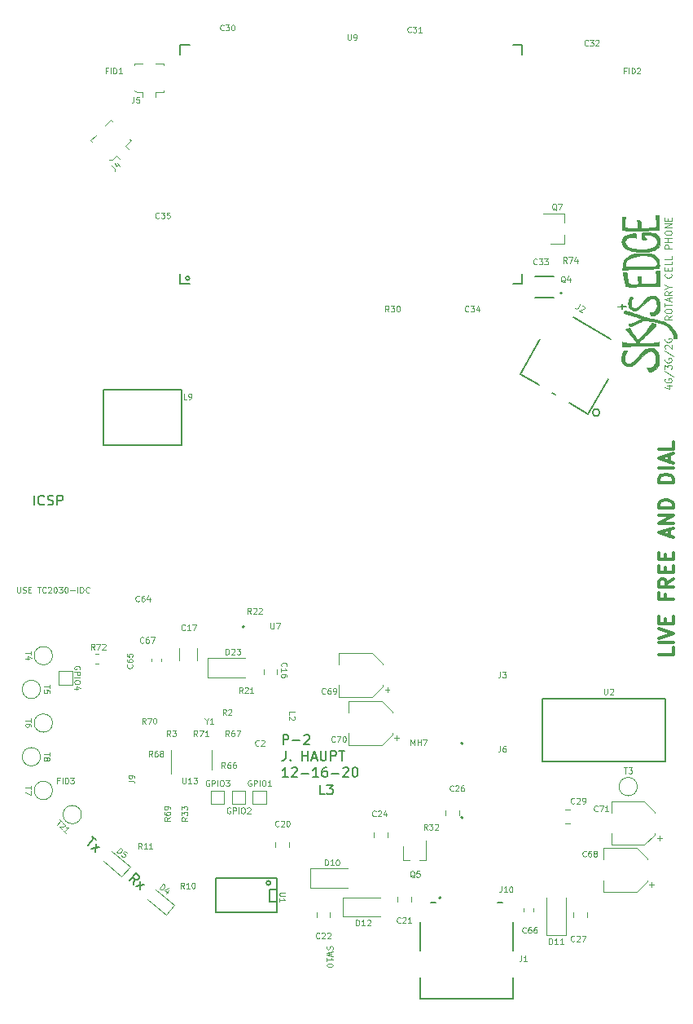
<source format=gbr>
G04 #@! TF.GenerationSoftware,KiCad,Pcbnew,5.1.6+dfsg1-1~bpo10+1*
G04 #@! TF.CreationDate,2020-12-17T18:50:31-05:00*
G04 #@! TF.ProjectId,4GRCP_Mainboard,34475243-505f-44d6-9169-6e626f617264,rev?*
G04 #@! TF.SameCoordinates,Original*
G04 #@! TF.FileFunction,Legend,Top*
G04 #@! TF.FilePolarity,Positive*
%FSLAX46Y46*%
G04 Gerber Fmt 4.6, Leading zero omitted, Abs format (unit mm)*
G04 Created by KiCad (PCBNEW 5.1.6+dfsg1-1~bpo10+1) date 2020-12-17 18:50:31*
%MOMM*%
%LPD*%
G01*
G04 APERTURE LIST*
%ADD10C,0.120000*%
%ADD11C,0.200000*%
%ADD12C,0.300000*%
%ADD13C,0.127000*%
%ADD14C,0.150000*%
%ADD15C,0.152400*%
%ADD16C,0.010000*%
%ADD17C,0.100000*%
G04 APERTURE END LIST*
D10*
X180350000Y-92983333D02*
X180816666Y-92983333D01*
X180083333Y-93150000D02*
X180583333Y-93316666D01*
X180583333Y-92883333D01*
X180150000Y-92250000D02*
X180116666Y-92316666D01*
X180116666Y-92416666D01*
X180150000Y-92516666D01*
X180216666Y-92583333D01*
X180283333Y-92616666D01*
X180416666Y-92650000D01*
X180516666Y-92650000D01*
X180650000Y-92616666D01*
X180716666Y-92583333D01*
X180783333Y-92516666D01*
X180816666Y-92416666D01*
X180816666Y-92350000D01*
X180783333Y-92250000D01*
X180750000Y-92216666D01*
X180516666Y-92216666D01*
X180516666Y-92350000D01*
X180083333Y-91416666D02*
X180983333Y-92016666D01*
X180116666Y-91250000D02*
X180116666Y-90816666D01*
X180383333Y-91050000D01*
X180383333Y-90950000D01*
X180416666Y-90883333D01*
X180450000Y-90850000D01*
X180516666Y-90816666D01*
X180683333Y-90816666D01*
X180750000Y-90850000D01*
X180783333Y-90883333D01*
X180816666Y-90950000D01*
X180816666Y-91150000D01*
X180783333Y-91216666D01*
X180750000Y-91250000D01*
X180150000Y-90150000D02*
X180116666Y-90216666D01*
X180116666Y-90316666D01*
X180150000Y-90416666D01*
X180216666Y-90483333D01*
X180283333Y-90516666D01*
X180416666Y-90550000D01*
X180516666Y-90550000D01*
X180650000Y-90516666D01*
X180716666Y-90483333D01*
X180783333Y-90416666D01*
X180816666Y-90316666D01*
X180816666Y-90250000D01*
X180783333Y-90150000D01*
X180750000Y-90116666D01*
X180516666Y-90116666D01*
X180516666Y-90250000D01*
X180083333Y-89316666D02*
X180983333Y-89916666D01*
X180183333Y-89116666D02*
X180150000Y-89083333D01*
X180116666Y-89016666D01*
X180116666Y-88850000D01*
X180150000Y-88783333D01*
X180183333Y-88750000D01*
X180250000Y-88716666D01*
X180316666Y-88716666D01*
X180416666Y-88750000D01*
X180816666Y-89150000D01*
X180816666Y-88716666D01*
X180150000Y-88050000D02*
X180116666Y-88116666D01*
X180116666Y-88216666D01*
X180150000Y-88316666D01*
X180216666Y-88383333D01*
X180283333Y-88416666D01*
X180416666Y-88450000D01*
X180516666Y-88450000D01*
X180650000Y-88416666D01*
X180716666Y-88383333D01*
X180783333Y-88316666D01*
X180816666Y-88216666D01*
X180816666Y-88150000D01*
X180783333Y-88050000D01*
X180750000Y-88016666D01*
X180516666Y-88016666D01*
X180516666Y-88150000D01*
X180816666Y-85716666D02*
X180483333Y-85950000D01*
X180816666Y-86116666D02*
X180116666Y-86116666D01*
X180116666Y-85850000D01*
X180150000Y-85783333D01*
X180183333Y-85750000D01*
X180250000Y-85716666D01*
X180350000Y-85716666D01*
X180416666Y-85750000D01*
X180450000Y-85783333D01*
X180483333Y-85850000D01*
X180483333Y-86116666D01*
X180116666Y-85283333D02*
X180116666Y-85150000D01*
X180150000Y-85083333D01*
X180216666Y-85016666D01*
X180350000Y-84983333D01*
X180583333Y-84983333D01*
X180716666Y-85016666D01*
X180783333Y-85083333D01*
X180816666Y-85150000D01*
X180816666Y-85283333D01*
X180783333Y-85350000D01*
X180716666Y-85416666D01*
X180583333Y-85450000D01*
X180350000Y-85450000D01*
X180216666Y-85416666D01*
X180150000Y-85350000D01*
X180116666Y-85283333D01*
X180116666Y-84783333D02*
X180116666Y-84383333D01*
X180816666Y-84583333D02*
X180116666Y-84583333D01*
X180616666Y-84183333D02*
X180616666Y-83850000D01*
X180816666Y-84250000D02*
X180116666Y-84016666D01*
X180816666Y-83783333D01*
X180816666Y-83150000D02*
X180483333Y-83383333D01*
X180816666Y-83550000D02*
X180116666Y-83550000D01*
X180116666Y-83283333D01*
X180150000Y-83216666D01*
X180183333Y-83183333D01*
X180250000Y-83150000D01*
X180350000Y-83150000D01*
X180416666Y-83183333D01*
X180450000Y-83216666D01*
X180483333Y-83283333D01*
X180483333Y-83550000D01*
X180483333Y-82716666D02*
X180816666Y-82716666D01*
X180116666Y-82950000D02*
X180483333Y-82716666D01*
X180116666Y-82483333D01*
X180750000Y-81316666D02*
X180783333Y-81350000D01*
X180816666Y-81450000D01*
X180816666Y-81516666D01*
X180783333Y-81616666D01*
X180716666Y-81683333D01*
X180650000Y-81716666D01*
X180516666Y-81750000D01*
X180416666Y-81750000D01*
X180283333Y-81716666D01*
X180216666Y-81683333D01*
X180150000Y-81616666D01*
X180116666Y-81516666D01*
X180116666Y-81450000D01*
X180150000Y-81350000D01*
X180183333Y-81316666D01*
X180450000Y-81016666D02*
X180450000Y-80783333D01*
X180816666Y-80683333D02*
X180816666Y-81016666D01*
X180116666Y-81016666D01*
X180116666Y-80683333D01*
X180816666Y-80050000D02*
X180816666Y-80383333D01*
X180116666Y-80383333D01*
X180816666Y-79483333D02*
X180816666Y-79816666D01*
X180116666Y-79816666D01*
X180816666Y-78716666D02*
X180116666Y-78716666D01*
X180116666Y-78450000D01*
X180150000Y-78383333D01*
X180183333Y-78350000D01*
X180250000Y-78316666D01*
X180350000Y-78316666D01*
X180416666Y-78350000D01*
X180450000Y-78383333D01*
X180483333Y-78450000D01*
X180483333Y-78716666D01*
X180816666Y-78016666D02*
X180116666Y-78016666D01*
X180450000Y-78016666D02*
X180450000Y-77616666D01*
X180816666Y-77616666D02*
X180116666Y-77616666D01*
X180116666Y-77150000D02*
X180116666Y-77016666D01*
X180150000Y-76950000D01*
X180216666Y-76883333D01*
X180350000Y-76850000D01*
X180583333Y-76850000D01*
X180716666Y-76883333D01*
X180783333Y-76950000D01*
X180816666Y-77016666D01*
X180816666Y-77150000D01*
X180783333Y-77216666D01*
X180716666Y-77283333D01*
X180583333Y-77316666D01*
X180350000Y-77316666D01*
X180216666Y-77283333D01*
X180150000Y-77216666D01*
X180116666Y-77150000D01*
X180816666Y-76550000D02*
X180116666Y-76550000D01*
X180816666Y-76150000D01*
X180116666Y-76150000D01*
X180450000Y-75816666D02*
X180450000Y-75583333D01*
X180816666Y-75483333D02*
X180816666Y-75816666D01*
X180116666Y-75816666D01*
X180116666Y-75483333D01*
D11*
X140418095Y-130202380D02*
X140418095Y-129202380D01*
X140799047Y-129202380D01*
X140894285Y-129250000D01*
X140941904Y-129297619D01*
X140989523Y-129392857D01*
X140989523Y-129535714D01*
X140941904Y-129630952D01*
X140894285Y-129678571D01*
X140799047Y-129726190D01*
X140418095Y-129726190D01*
X141418095Y-129821428D02*
X142180000Y-129821428D01*
X142608571Y-129297619D02*
X142656190Y-129250000D01*
X142751428Y-129202380D01*
X142989523Y-129202380D01*
X143084761Y-129250000D01*
X143132380Y-129297619D01*
X143180000Y-129392857D01*
X143180000Y-129488095D01*
X143132380Y-129630952D01*
X142560952Y-130202380D01*
X143180000Y-130202380D01*
X140703809Y-130902380D02*
X140703809Y-131616666D01*
X140656190Y-131759523D01*
X140560952Y-131854761D01*
X140418095Y-131902380D01*
X140322857Y-131902380D01*
X141180000Y-131807142D02*
X141227619Y-131854761D01*
X141180000Y-131902380D01*
X141132380Y-131854761D01*
X141180000Y-131807142D01*
X141180000Y-131902380D01*
X142418095Y-131902380D02*
X142418095Y-130902380D01*
X142418095Y-131378571D02*
X142989523Y-131378571D01*
X142989523Y-131902380D02*
X142989523Y-130902380D01*
X143418095Y-131616666D02*
X143894285Y-131616666D01*
X143322857Y-131902380D02*
X143656190Y-130902380D01*
X143989523Y-131902380D01*
X144322857Y-130902380D02*
X144322857Y-131711904D01*
X144370476Y-131807142D01*
X144418095Y-131854761D01*
X144513333Y-131902380D01*
X144703809Y-131902380D01*
X144799047Y-131854761D01*
X144846666Y-131807142D01*
X144894285Y-131711904D01*
X144894285Y-130902380D01*
X145370476Y-131902380D02*
X145370476Y-130902380D01*
X145751428Y-130902380D01*
X145846666Y-130950000D01*
X145894285Y-130997619D01*
X145941904Y-131092857D01*
X145941904Y-131235714D01*
X145894285Y-131330952D01*
X145846666Y-131378571D01*
X145751428Y-131426190D01*
X145370476Y-131426190D01*
X146227619Y-130902380D02*
X146799047Y-130902380D01*
X146513333Y-131902380D02*
X146513333Y-130902380D01*
X140941904Y-133602380D02*
X140370476Y-133602380D01*
X140656190Y-133602380D02*
X140656190Y-132602380D01*
X140560952Y-132745238D01*
X140465714Y-132840476D01*
X140370476Y-132888095D01*
X141322857Y-132697619D02*
X141370476Y-132650000D01*
X141465714Y-132602380D01*
X141703809Y-132602380D01*
X141799047Y-132650000D01*
X141846666Y-132697619D01*
X141894285Y-132792857D01*
X141894285Y-132888095D01*
X141846666Y-133030952D01*
X141275238Y-133602380D01*
X141894285Y-133602380D01*
X142322857Y-133221428D02*
X143084761Y-133221428D01*
X144084761Y-133602380D02*
X143513333Y-133602380D01*
X143799047Y-133602380D02*
X143799047Y-132602380D01*
X143703809Y-132745238D01*
X143608571Y-132840476D01*
X143513333Y-132888095D01*
X144941904Y-132602380D02*
X144751428Y-132602380D01*
X144656190Y-132650000D01*
X144608571Y-132697619D01*
X144513333Y-132840476D01*
X144465714Y-133030952D01*
X144465714Y-133411904D01*
X144513333Y-133507142D01*
X144560952Y-133554761D01*
X144656190Y-133602380D01*
X144846666Y-133602380D01*
X144941904Y-133554761D01*
X144989523Y-133507142D01*
X145037142Y-133411904D01*
X145037142Y-133173809D01*
X144989523Y-133078571D01*
X144941904Y-133030952D01*
X144846666Y-132983333D01*
X144656190Y-132983333D01*
X144560952Y-133030952D01*
X144513333Y-133078571D01*
X144465714Y-133173809D01*
X145465714Y-133221428D02*
X146227619Y-133221428D01*
X146656190Y-132697619D02*
X146703809Y-132650000D01*
X146799047Y-132602380D01*
X147037142Y-132602380D01*
X147132380Y-132650000D01*
X147180000Y-132697619D01*
X147227619Y-132792857D01*
X147227619Y-132888095D01*
X147180000Y-133030952D01*
X146608571Y-133602380D01*
X147227619Y-133602380D01*
X147846666Y-132602380D02*
X147941904Y-132602380D01*
X148037142Y-132650000D01*
X148084761Y-132697619D01*
X148132380Y-132792857D01*
X148180000Y-132983333D01*
X148180000Y-133221428D01*
X148132380Y-133411904D01*
X148084761Y-133507142D01*
X148037142Y-133554761D01*
X147941904Y-133602380D01*
X147846666Y-133602380D01*
X147751428Y-133554761D01*
X147703809Y-133507142D01*
X147656190Y-133411904D01*
X147608571Y-133221428D01*
X147608571Y-132983333D01*
X147656190Y-132792857D01*
X147703809Y-132697619D01*
X147751428Y-132650000D01*
X147846666Y-132602380D01*
D12*
X180978571Y-120164285D02*
X180978571Y-120878571D01*
X179478571Y-120878571D01*
X180978571Y-119664285D02*
X179478571Y-119664285D01*
X179478571Y-119164285D02*
X180978571Y-118664285D01*
X179478571Y-118164285D01*
X180192857Y-117664285D02*
X180192857Y-117164285D01*
X180978571Y-116950000D02*
X180978571Y-117664285D01*
X179478571Y-117664285D01*
X179478571Y-116950000D01*
X180192857Y-114664285D02*
X180192857Y-115164285D01*
X180978571Y-115164285D02*
X179478571Y-115164285D01*
X179478571Y-114450000D01*
X180978571Y-113021428D02*
X180264285Y-113521428D01*
X180978571Y-113878571D02*
X179478571Y-113878571D01*
X179478571Y-113307142D01*
X179550000Y-113164285D01*
X179621428Y-113092857D01*
X179764285Y-113021428D01*
X179978571Y-113021428D01*
X180121428Y-113092857D01*
X180192857Y-113164285D01*
X180264285Y-113307142D01*
X180264285Y-113878571D01*
X180192857Y-112378571D02*
X180192857Y-111878571D01*
X180978571Y-111664285D02*
X180978571Y-112378571D01*
X179478571Y-112378571D01*
X179478571Y-111664285D01*
X180192857Y-111021428D02*
X180192857Y-110521428D01*
X180978571Y-110307142D02*
X180978571Y-111021428D01*
X179478571Y-111021428D01*
X179478571Y-110307142D01*
X180550000Y-108592857D02*
X180550000Y-107878571D01*
X180978571Y-108735714D02*
X179478571Y-108235714D01*
X180978571Y-107735714D01*
X180978571Y-107235714D02*
X179478571Y-107235714D01*
X180978571Y-106378571D01*
X179478571Y-106378571D01*
X180978571Y-105664285D02*
X179478571Y-105664285D01*
X179478571Y-105307142D01*
X179550000Y-105092857D01*
X179692857Y-104950000D01*
X179835714Y-104878571D01*
X180121428Y-104807142D01*
X180335714Y-104807142D01*
X180621428Y-104878571D01*
X180764285Y-104950000D01*
X180907142Y-105092857D01*
X180978571Y-105307142D01*
X180978571Y-105664285D01*
X180978571Y-103021428D02*
X179478571Y-103021428D01*
X179478571Y-102664285D01*
X179550000Y-102450000D01*
X179692857Y-102307142D01*
X179835714Y-102235714D01*
X180121428Y-102164285D01*
X180335714Y-102164285D01*
X180621428Y-102235714D01*
X180764285Y-102307142D01*
X180907142Y-102450000D01*
X180978571Y-102664285D01*
X180978571Y-103021428D01*
X180978571Y-101521428D02*
X179478571Y-101521428D01*
X180550000Y-100878571D02*
X180550000Y-100164285D01*
X180978571Y-101021428D02*
X179478571Y-100521428D01*
X180978571Y-100021428D01*
X180978571Y-98807142D02*
X180978571Y-99521428D01*
X179478571Y-99521428D01*
D10*
X116450000Y-135000000D02*
G75*
G03*
X116450000Y-135000000I-950000J0D01*
G01*
D13*
X154675000Y-156655000D02*
X154675000Y-154405000D01*
X154675000Y-151655000D02*
X154675000Y-148655000D01*
X155750000Y-146655000D02*
X156250000Y-146655000D01*
X162750000Y-146655000D02*
X163250000Y-146655000D01*
X164325000Y-148655000D02*
X164325000Y-151655000D01*
X164325000Y-154405000D02*
X164325000Y-156655000D01*
X164325000Y-156655000D02*
X154675000Y-156655000D01*
D11*
X156850000Y-146155000D02*
G75*
G03*
X156850000Y-146155000I-100000J0D01*
G01*
D10*
X151310000Y-139858578D02*
X151310000Y-139341422D01*
X149890000Y-139858578D02*
X149890000Y-139341422D01*
D14*
X167350000Y-125500000D02*
X167350000Y-132000000D01*
X180150000Y-125500000D02*
X167350000Y-125500000D01*
X180150000Y-132000000D02*
X180150000Y-125500000D01*
X167350000Y-132000000D02*
X180150000Y-132000000D01*
X159136803Y-137811803D02*
G75*
G03*
X159136803Y-137811803I-111803J0D01*
G01*
X159136803Y-130111803D02*
G75*
G03*
X159136803Y-130111803I-111803J0D01*
G01*
D10*
X126319266Y-146302775D02*
X128222886Y-147900103D01*
X128222886Y-147900103D02*
X129103505Y-146850622D01*
X129103505Y-146850622D02*
X127199885Y-145253294D01*
X121716855Y-142330510D02*
X123620475Y-143927838D01*
X123620475Y-143927838D02*
X124501094Y-142878357D01*
X124501094Y-142878357D02*
X122597474Y-141281029D01*
D14*
X139810000Y-144122000D02*
X133460000Y-144122000D01*
X133460000Y-147678000D02*
X139810000Y-147678000D01*
X133460000Y-147678000D02*
X133460000Y-144122000D01*
X139810000Y-144122000D02*
X139810000Y-147678000D01*
X139810000Y-146535000D02*
X139048000Y-146535000D01*
X139048000Y-146535000D02*
X139048000Y-145265000D01*
X139048000Y-145265000D02*
X139810000Y-145265000D01*
X139123607Y-144600000D02*
G75*
G03*
X139123607Y-144600000I-223607J0D01*
G01*
D15*
X165049928Y-91783231D02*
X166997672Y-92907762D01*
X172154974Y-95885331D02*
X174248504Y-92259231D01*
X174472268Y-88101780D02*
X170632034Y-85884620D01*
X167143458Y-88157131D02*
X165049928Y-91783231D01*
X170163929Y-94735801D02*
X172154974Y-95885331D01*
X168431880Y-93735802D02*
X168729721Y-93907761D01*
X173347099Y-95750420D02*
G75*
G03*
X173347099Y-95750420I-381000J0D01*
G01*
D10*
X165390000Y-147237221D02*
X165390000Y-147562779D01*
X166410000Y-147237221D02*
X166410000Y-147562779D01*
X127760000Y-121612779D02*
X127760000Y-121287221D01*
X126740000Y-121612779D02*
X126740000Y-121287221D01*
X178750000Y-145060000D02*
X178750000Y-144560000D01*
X179000000Y-144810000D02*
X178500000Y-144810000D01*
X178260000Y-142054437D02*
X177195563Y-140990000D01*
X178260000Y-144445563D02*
X177195563Y-145510000D01*
X178260000Y-144445563D02*
X178260000Y-144310000D01*
X178260000Y-142054437D02*
X178260000Y-142190000D01*
X177195563Y-140990000D02*
X173740000Y-140990000D01*
X177195563Y-145510000D02*
X173740000Y-145510000D01*
X173740000Y-145510000D02*
X173740000Y-144310000D01*
X173740000Y-140990000D02*
X173740000Y-142190000D01*
X146240000Y-120740000D02*
X146240000Y-121940000D01*
X146240000Y-125260000D02*
X146240000Y-124060000D01*
X149695563Y-125260000D02*
X146240000Y-125260000D01*
X149695563Y-120740000D02*
X146240000Y-120740000D01*
X150760000Y-121804437D02*
X150760000Y-121940000D01*
X150760000Y-124195563D02*
X150760000Y-124060000D01*
X150760000Y-124195563D02*
X149695563Y-125260000D01*
X150760000Y-121804437D02*
X149695563Y-120740000D01*
X151500000Y-124560000D02*
X151000000Y-124560000D01*
X151250000Y-124810000D02*
X151250000Y-124310000D01*
X147240000Y-125740000D02*
X147240000Y-126940000D01*
X147240000Y-130260000D02*
X147240000Y-129060000D01*
X150695563Y-130260000D02*
X147240000Y-130260000D01*
X150695563Y-125740000D02*
X147240000Y-125740000D01*
X151760000Y-126804437D02*
X151760000Y-126940000D01*
X151760000Y-129195563D02*
X151760000Y-129060000D01*
X151760000Y-129195563D02*
X150695563Y-130260000D01*
X151760000Y-126804437D02*
X150695563Y-125740000D01*
X152500000Y-129560000D02*
X152000000Y-129560000D01*
X152250000Y-129810000D02*
X152250000Y-129310000D01*
X174540000Y-136140000D02*
X174540000Y-137340000D01*
X174540000Y-140660000D02*
X174540000Y-139460000D01*
X177995563Y-140660000D02*
X174540000Y-140660000D01*
X177995563Y-136140000D02*
X174540000Y-136140000D01*
X179060000Y-137204437D02*
X179060000Y-137340000D01*
X179060000Y-139595563D02*
X179060000Y-139460000D01*
X179060000Y-139595563D02*
X177995563Y-140660000D01*
X179060000Y-137204437D02*
X177995563Y-136140000D01*
X179800000Y-139960000D02*
X179300000Y-139960000D01*
X179550000Y-140210000D02*
X179550000Y-139710000D01*
X120378680Y-67500000D02*
X120944365Y-66934315D01*
X120520101Y-67641421D02*
X120378680Y-67500000D01*
X122500000Y-65378680D02*
X122641421Y-65520101D01*
X121934315Y-65944365D02*
X122500000Y-65378680D01*
X124621320Y-67500000D02*
X124055635Y-68065685D01*
X124479899Y-67358579D02*
X124621320Y-67500000D01*
X122641421Y-69479899D02*
X122358579Y-69479899D01*
X123065685Y-69055635D02*
X122641421Y-69479899D01*
X123065685Y-69055635D02*
X123419239Y-69409188D01*
X124055635Y-68065685D02*
X124409188Y-68419239D01*
X127200000Y-62500000D02*
X127200000Y-63000000D01*
X125800000Y-62500000D02*
X125800000Y-63000000D01*
X125800000Y-62500000D02*
X125200000Y-62500000D01*
X125200000Y-62500000D02*
X125000000Y-62300000D01*
X128000000Y-62300000D02*
X128000000Y-62500000D01*
X128000000Y-62500000D02*
X127200000Y-62500000D01*
X127200000Y-59500000D02*
X128000000Y-59500000D01*
X128000000Y-59500000D02*
X128000000Y-59700000D01*
X125000000Y-59700000D02*
X125000000Y-59500000D01*
X125000000Y-59500000D02*
X125800000Y-59500000D01*
D11*
X169450000Y-83350000D02*
G75*
G03*
X169450000Y-83350000I-100000J0D01*
G01*
D13*
X168600000Y-83819000D02*
X166600000Y-83819000D01*
X166600000Y-81581000D02*
X168600000Y-81581000D01*
D10*
X121271267Y-121810000D02*
X120928733Y-121810000D01*
X121271267Y-120790000D02*
X120928733Y-120790000D01*
D14*
X129700000Y-82400000D02*
X130700000Y-82400000D01*
X129700000Y-81400000D02*
X129700000Y-82400000D01*
X165300000Y-82400000D02*
X164300000Y-82400000D01*
X165300000Y-81400000D02*
X165300000Y-82400000D01*
X165300000Y-57600000D02*
X165300000Y-58600000D01*
X164300000Y-57600000D02*
X165300000Y-57600000D01*
X129700000Y-57600000D02*
X129700000Y-58600000D01*
X129700000Y-57600000D02*
X130700000Y-57600000D01*
X130700000Y-81800000D02*
G75*
G03*
X130700000Y-81800000I-200000J0D01*
G01*
D10*
X133000000Y-130800000D02*
X133000000Y-132800000D01*
X128800000Y-130800000D02*
X128800000Y-133300000D01*
X138390000Y-122391422D02*
X138390000Y-122908578D01*
X139810000Y-122391422D02*
X139810000Y-122908578D01*
X131460000Y-121452064D02*
X131460000Y-120247936D01*
X129640000Y-121452064D02*
X129640000Y-120247936D01*
X132600000Y-121250000D02*
X136500000Y-121250000D01*
X132600000Y-123250000D02*
X136500000Y-123250000D01*
X132600000Y-121250000D02*
X132600000Y-123250000D01*
D14*
X136400000Y-118000000D02*
G75*
G03*
X136400000Y-118000000I-100000J0D01*
G01*
D16*
G36*
X175381743Y-84704690D02*
G01*
X175506506Y-84681560D01*
X175579938Y-84647382D01*
X175614176Y-84593212D01*
X175621513Y-84527938D01*
X175632377Y-84467726D01*
X175655841Y-84460707D01*
X175680019Y-84501484D01*
X175691425Y-84559688D01*
X175700320Y-84617886D01*
X175723345Y-84650846D01*
X175776478Y-84668706D01*
X175875693Y-84681603D01*
X175885164Y-84682623D01*
X175994840Y-84697918D01*
X176066270Y-84714554D01*
X176092937Y-84729472D01*
X176068322Y-84739616D01*
X176012260Y-84742250D01*
X175861201Y-84751341D01*
X175762937Y-84780940D01*
X175709087Y-84834541D01*
X175695620Y-84874211D01*
X175672309Y-84949286D01*
X175646121Y-84982585D01*
X175626421Y-84967476D01*
X175621513Y-84926687D01*
X175612032Y-84852698D01*
X175576348Y-84805353D01*
X175501809Y-84775517D01*
X175383875Y-84755121D01*
X175193375Y-84729797D01*
X175381743Y-84704690D01*
G37*
X175381743Y-84704690D02*
X175506506Y-84681560D01*
X175579938Y-84647382D01*
X175614176Y-84593212D01*
X175621513Y-84527938D01*
X175632377Y-84467726D01*
X175655841Y-84460707D01*
X175680019Y-84501484D01*
X175691425Y-84559688D01*
X175700320Y-84617886D01*
X175723345Y-84650846D01*
X175776478Y-84668706D01*
X175875693Y-84681603D01*
X175885164Y-84682623D01*
X175994840Y-84697918D01*
X176066270Y-84714554D01*
X176092937Y-84729472D01*
X176068322Y-84739616D01*
X176012260Y-84742250D01*
X175861201Y-84751341D01*
X175762937Y-84780940D01*
X175709087Y-84834541D01*
X175695620Y-84874211D01*
X175672309Y-84949286D01*
X175646121Y-84982585D01*
X175626421Y-84967476D01*
X175621513Y-84926687D01*
X175612032Y-84852698D01*
X175576348Y-84805353D01*
X175501809Y-84775517D01*
X175383875Y-84755121D01*
X175193375Y-84729797D01*
X175381743Y-84704690D01*
G36*
X175599875Y-90065710D02*
G01*
X175625511Y-89943269D01*
X175662290Y-89799753D01*
X175705351Y-89651891D01*
X175749827Y-89516410D01*
X175790855Y-89410038D01*
X175822888Y-89350331D01*
X175871534Y-89323796D01*
X175962821Y-89320609D01*
X176014187Y-89325532D01*
X176107303Y-89338979D01*
X176170684Y-89352649D01*
X176185137Y-89358804D01*
X176177305Y-89390700D01*
X176139945Y-89452892D01*
X176121340Y-89478853D01*
X176032014Y-89631544D01*
X175964384Y-89812470D01*
X175921340Y-90004692D01*
X175905769Y-90191266D01*
X175920559Y-90355253D01*
X175954740Y-90456024D01*
X176053135Y-90583348D01*
X176185744Y-90666607D01*
X176337510Y-90700184D01*
X176493374Y-90678463D01*
X176522173Y-90667636D01*
X176640198Y-90597979D01*
X176788701Y-90475558D01*
X176965697Y-90302188D01*
X177169204Y-90079683D01*
X177186081Y-90060375D01*
X177422545Y-89795045D01*
X177629085Y-89577837D01*
X177811725Y-89404530D01*
X177976492Y-89270904D01*
X178129409Y-89172736D01*
X178276503Y-89105806D01*
X178423798Y-89065892D01*
X178577320Y-89048773D01*
X178631933Y-89047395D01*
X178853378Y-89064197D01*
X179037296Y-89119882D01*
X179186005Y-89217654D01*
X179301825Y-89360713D01*
X179387073Y-89552260D01*
X179444068Y-89795497D01*
X179475129Y-90093626D01*
X179480531Y-90219125D01*
X179483280Y-90385553D01*
X179481935Y-90538764D01*
X179476892Y-90662368D01*
X179468545Y-90739978D01*
X179467906Y-90743000D01*
X179388286Y-90960408D01*
X179256097Y-91147837D01*
X179077071Y-91300472D01*
X178856942Y-91413496D01*
X178601442Y-91482094D01*
X178585019Y-91484706D01*
X178452413Y-91505005D01*
X178354831Y-91334451D01*
X178303251Y-91238847D01*
X178267882Y-91162870D01*
X178257250Y-91128073D01*
X178287025Y-91105718D01*
X178369447Y-91093524D01*
X178423937Y-91091940D01*
X178636730Y-91063267D01*
X178819985Y-90981524D01*
X178967119Y-90851872D01*
X179071550Y-90679469D01*
X179112164Y-90552500D01*
X179140454Y-90347222D01*
X179140758Y-90122720D01*
X179115343Y-89898938D01*
X179066479Y-89695818D01*
X178996435Y-89533303D01*
X178996138Y-89532800D01*
X178899774Y-89428170D01*
X178766642Y-89368308D01*
X178606528Y-89354801D01*
X178429222Y-89389233D01*
X178335349Y-89425754D01*
X178269246Y-89469163D01*
X178164566Y-89555408D01*
X178025668Y-89680540D01*
X177856913Y-89840614D01*
X177662661Y-90031681D01*
X177631144Y-90063222D01*
X177392302Y-90299671D01*
X177189603Y-90492525D01*
X177017232Y-90645853D01*
X176869375Y-90763725D01*
X176740218Y-90850210D01*
X176623945Y-90909376D01*
X176514744Y-90945294D01*
X176406799Y-90962033D01*
X176343292Y-90964553D01*
X176170426Y-90945802D01*
X176017757Y-90882752D01*
X175868451Y-90767811D01*
X175834681Y-90735103D01*
X175698906Y-90556476D01*
X175615596Y-90349976D01*
X175590250Y-90150349D01*
X175599875Y-90065710D01*
G37*
X175599875Y-90065710D02*
X175625511Y-89943269D01*
X175662290Y-89799753D01*
X175705351Y-89651891D01*
X175749827Y-89516410D01*
X175790855Y-89410038D01*
X175822888Y-89350331D01*
X175871534Y-89323796D01*
X175962821Y-89320609D01*
X176014187Y-89325532D01*
X176107303Y-89338979D01*
X176170684Y-89352649D01*
X176185137Y-89358804D01*
X176177305Y-89390700D01*
X176139945Y-89452892D01*
X176121340Y-89478853D01*
X176032014Y-89631544D01*
X175964384Y-89812470D01*
X175921340Y-90004692D01*
X175905769Y-90191266D01*
X175920559Y-90355253D01*
X175954740Y-90456024D01*
X176053135Y-90583348D01*
X176185744Y-90666607D01*
X176337510Y-90700184D01*
X176493374Y-90678463D01*
X176522173Y-90667636D01*
X176640198Y-90597979D01*
X176788701Y-90475558D01*
X176965697Y-90302188D01*
X177169204Y-90079683D01*
X177186081Y-90060375D01*
X177422545Y-89795045D01*
X177629085Y-89577837D01*
X177811725Y-89404530D01*
X177976492Y-89270904D01*
X178129409Y-89172736D01*
X178276503Y-89105806D01*
X178423798Y-89065892D01*
X178577320Y-89048773D01*
X178631933Y-89047395D01*
X178853378Y-89064197D01*
X179037296Y-89119882D01*
X179186005Y-89217654D01*
X179301825Y-89360713D01*
X179387073Y-89552260D01*
X179444068Y-89795497D01*
X179475129Y-90093626D01*
X179480531Y-90219125D01*
X179483280Y-90385553D01*
X179481935Y-90538764D01*
X179476892Y-90662368D01*
X179468545Y-90739978D01*
X179467906Y-90743000D01*
X179388286Y-90960408D01*
X179256097Y-91147837D01*
X179077071Y-91300472D01*
X178856942Y-91413496D01*
X178601442Y-91482094D01*
X178585019Y-91484706D01*
X178452413Y-91505005D01*
X178354831Y-91334451D01*
X178303251Y-91238847D01*
X178267882Y-91162870D01*
X178257250Y-91128073D01*
X178287025Y-91105718D01*
X178369447Y-91093524D01*
X178423937Y-91091940D01*
X178636730Y-91063267D01*
X178819985Y-90981524D01*
X178967119Y-90851872D01*
X179071550Y-90679469D01*
X179112164Y-90552500D01*
X179140454Y-90347222D01*
X179140758Y-90122720D01*
X179115343Y-89898938D01*
X179066479Y-89695818D01*
X178996435Y-89533303D01*
X178996138Y-89532800D01*
X178899774Y-89428170D01*
X178766642Y-89368308D01*
X178606528Y-89354801D01*
X178429222Y-89389233D01*
X178335349Y-89425754D01*
X178269246Y-89469163D01*
X178164566Y-89555408D01*
X178025668Y-89680540D01*
X177856913Y-89840614D01*
X177662661Y-90031681D01*
X177631144Y-90063222D01*
X177392302Y-90299671D01*
X177189603Y-90492525D01*
X177017232Y-90645853D01*
X176869375Y-90763725D01*
X176740218Y-90850210D01*
X176623945Y-90909376D01*
X176514744Y-90945294D01*
X176406799Y-90962033D01*
X176343292Y-90964553D01*
X176170426Y-90945802D01*
X176017757Y-90882752D01*
X175868451Y-90767811D01*
X175834681Y-90735103D01*
X175698906Y-90556476D01*
X175615596Y-90349976D01*
X175590250Y-90150349D01*
X175599875Y-90065710D01*
G36*
X175641118Y-75875798D02*
G01*
X175644866Y-75779733D01*
X175662900Y-75413548D01*
X175778613Y-75402513D01*
X175902025Y-75397315D01*
X175974249Y-75416119D01*
X176000856Y-75467357D01*
X175987417Y-75559461D01*
X175952501Y-75665696D01*
X175927861Y-75764347D01*
X175909833Y-75896501D01*
X175898815Y-76046015D01*
X175895207Y-76196747D01*
X175899406Y-76332556D01*
X175911811Y-76437301D01*
X175932055Y-76493945D01*
X175987873Y-76524459D01*
X176096659Y-76552589D01*
X176247889Y-76576982D01*
X176431039Y-76596288D01*
X176635585Y-76609152D01*
X176851003Y-76614222D01*
X176868069Y-76614250D01*
X177023822Y-76614157D01*
X177139300Y-76608489D01*
X177219354Y-76589168D01*
X177268834Y-76548116D01*
X177292589Y-76477252D01*
X177295468Y-76368499D01*
X177282323Y-76213777D01*
X177258001Y-76005007D01*
X177254017Y-75971313D01*
X177232507Y-75788750D01*
X177375865Y-75788750D01*
X177472849Y-75797734D01*
X177541528Y-75820620D01*
X177554258Y-75830963D01*
X177570275Y-75882537D01*
X177581646Y-75986492D01*
X177587405Y-76131813D01*
X177587884Y-76215244D01*
X177589145Y-76356671D01*
X177593649Y-76473657D01*
X177600643Y-76552199D01*
X177607419Y-76577844D01*
X177648303Y-76586825D01*
X177740862Y-76592089D01*
X177873395Y-76593896D01*
X178034203Y-76592507D01*
X178211585Y-76588185D01*
X178393841Y-76581190D01*
X178569270Y-76571784D01*
X178726173Y-76560228D01*
X178821084Y-76550726D01*
X178991001Y-76526727D01*
X179103136Y-76500463D01*
X179163201Y-76470501D01*
X179170062Y-76463184D01*
X179191478Y-76400495D01*
X179204131Y-76288477D01*
X179207973Y-76140696D01*
X179202958Y-75970722D01*
X179189036Y-75792124D01*
X179172879Y-75661750D01*
X179155077Y-75531143D01*
X179141269Y-75412829D01*
X179134302Y-75331343D01*
X179134172Y-75328375D01*
X179130375Y-75233125D01*
X179511375Y-75233125D01*
X179519871Y-76000843D01*
X179521133Y-76216920D01*
X179520097Y-76410474D01*
X179516984Y-76572749D01*
X179512015Y-76694988D01*
X179505409Y-76768432D01*
X179500112Y-76786025D01*
X179458813Y-76792844D01*
X179361375Y-76799887D01*
X179215162Y-76807011D01*
X179027533Y-76814077D01*
X178805852Y-76820943D01*
X178557478Y-76827468D01*
X178289774Y-76833511D01*
X178010100Y-76838931D01*
X177725819Y-76843586D01*
X177444291Y-76847337D01*
X177172879Y-76850040D01*
X176918942Y-76851557D01*
X176689844Y-76851744D01*
X176492944Y-76850463D01*
X176335605Y-76847570D01*
X176317060Y-76847025D01*
X175662745Y-76826683D01*
X175644788Y-76486300D01*
X175638770Y-76300751D01*
X175637548Y-76085908D01*
X175641118Y-75875798D01*
G37*
X175641118Y-75875798D02*
X175644866Y-75779733D01*
X175662900Y-75413548D01*
X175778613Y-75402513D01*
X175902025Y-75397315D01*
X175974249Y-75416119D01*
X176000856Y-75467357D01*
X175987417Y-75559461D01*
X175952501Y-75665696D01*
X175927861Y-75764347D01*
X175909833Y-75896501D01*
X175898815Y-76046015D01*
X175895207Y-76196747D01*
X175899406Y-76332556D01*
X175911811Y-76437301D01*
X175932055Y-76493945D01*
X175987873Y-76524459D01*
X176096659Y-76552589D01*
X176247889Y-76576982D01*
X176431039Y-76596288D01*
X176635585Y-76609152D01*
X176851003Y-76614222D01*
X176868069Y-76614250D01*
X177023822Y-76614157D01*
X177139300Y-76608489D01*
X177219354Y-76589168D01*
X177268834Y-76548116D01*
X177292589Y-76477252D01*
X177295468Y-76368499D01*
X177282323Y-76213777D01*
X177258001Y-76005007D01*
X177254017Y-75971313D01*
X177232507Y-75788750D01*
X177375865Y-75788750D01*
X177472849Y-75797734D01*
X177541528Y-75820620D01*
X177554258Y-75830963D01*
X177570275Y-75882537D01*
X177581646Y-75986492D01*
X177587405Y-76131813D01*
X177587884Y-76215244D01*
X177589145Y-76356671D01*
X177593649Y-76473657D01*
X177600643Y-76552199D01*
X177607419Y-76577844D01*
X177648303Y-76586825D01*
X177740862Y-76592089D01*
X177873395Y-76593896D01*
X178034203Y-76592507D01*
X178211585Y-76588185D01*
X178393841Y-76581190D01*
X178569270Y-76571784D01*
X178726173Y-76560228D01*
X178821084Y-76550726D01*
X178991001Y-76526727D01*
X179103136Y-76500463D01*
X179163201Y-76470501D01*
X179170062Y-76463184D01*
X179191478Y-76400495D01*
X179204131Y-76288477D01*
X179207973Y-76140696D01*
X179202958Y-75970722D01*
X179189036Y-75792124D01*
X179172879Y-75661750D01*
X179155077Y-75531143D01*
X179141269Y-75412829D01*
X179134302Y-75331343D01*
X179134172Y-75328375D01*
X179130375Y-75233125D01*
X179511375Y-75233125D01*
X179519871Y-76000843D01*
X179521133Y-76216920D01*
X179520097Y-76410474D01*
X179516984Y-76572749D01*
X179512015Y-76694988D01*
X179505409Y-76768432D01*
X179500112Y-76786025D01*
X179458813Y-76792844D01*
X179361375Y-76799887D01*
X179215162Y-76807011D01*
X179027533Y-76814077D01*
X178805852Y-76820943D01*
X178557478Y-76827468D01*
X178289774Y-76833511D01*
X178010100Y-76838931D01*
X177725819Y-76843586D01*
X177444291Y-76847337D01*
X177172879Y-76850040D01*
X176918942Y-76851557D01*
X176689844Y-76851744D01*
X176492944Y-76850463D01*
X176335605Y-76847570D01*
X176317060Y-76847025D01*
X175662745Y-76826683D01*
X175644788Y-76486300D01*
X175638770Y-76300751D01*
X175637548Y-76085908D01*
X175641118Y-75875798D01*
G36*
X175722697Y-80559188D02*
G01*
X175731373Y-80390421D01*
X175745305Y-80266062D01*
X175767977Y-80167044D01*
X175802873Y-80074297D01*
X175816994Y-80043250D01*
X175954282Y-79824422D01*
X176145096Y-79638372D01*
X176388302Y-79485570D01*
X176682760Y-79366481D01*
X177027334Y-79281575D01*
X177420886Y-79231318D01*
X177828625Y-79216086D01*
X178224934Y-79230091D01*
X178565541Y-79272516D01*
X178851818Y-79343944D01*
X179085138Y-79444961D01*
X179266874Y-79576152D01*
X179398397Y-79738102D01*
X179477499Y-79918998D01*
X179499226Y-80021216D01*
X179515136Y-80153044D01*
X179525068Y-80300579D01*
X179528860Y-80449919D01*
X179526352Y-80587158D01*
X179517383Y-80698393D01*
X179501791Y-80769721D01*
X179487562Y-80788261D01*
X179450919Y-80791053D01*
X179357716Y-80795389D01*
X179214869Y-80801056D01*
X179029294Y-80807840D01*
X178807907Y-80815528D01*
X178557623Y-80823908D01*
X178285359Y-80832765D01*
X177998030Y-80841886D01*
X177702551Y-80851059D01*
X177405840Y-80860070D01*
X177114812Y-80868706D01*
X176836382Y-80876753D01*
X176784715Y-80878198D01*
X176784715Y-80613960D01*
X177061097Y-80613930D01*
X177202679Y-80613824D01*
X177638726Y-80611861D01*
X178027109Y-80606771D01*
X178365551Y-80598664D01*
X178651775Y-80587646D01*
X178883505Y-80573825D01*
X179058463Y-80557308D01*
X179174372Y-80538205D01*
X179227323Y-80518091D01*
X179261034Y-80463315D01*
X179282208Y-80382199D01*
X179292592Y-80301817D01*
X179299876Y-80249736D01*
X179299893Y-80249625D01*
X179289592Y-80206563D01*
X179257724Y-80124877D01*
X179213584Y-80027375D01*
X179100856Y-79837804D01*
X178959866Y-79691553D01*
X178775384Y-79573833D01*
X178717625Y-79545707D01*
X178639440Y-79511420D01*
X178567885Y-79486901D01*
X178489382Y-79470135D01*
X178390351Y-79459107D01*
X178257213Y-79451801D01*
X178076388Y-79446201D01*
X178041181Y-79445305D01*
X177653001Y-79450135D01*
X177295029Y-79483605D01*
X176971328Y-79543981D01*
X176685957Y-79629532D01*
X176442978Y-79738527D01*
X176246450Y-79869233D01*
X176100435Y-80019918D01*
X176008993Y-80188851D01*
X175978814Y-80324945D01*
X175977310Y-80431933D01*
X175990921Y-80521559D01*
X176000522Y-80546621D01*
X176011147Y-80564300D01*
X176026337Y-80578615D01*
X176052333Y-80589916D01*
X176095375Y-80598552D01*
X176161704Y-80604871D01*
X176257562Y-80609223D01*
X176389189Y-80611956D01*
X176562827Y-80613418D01*
X176784715Y-80613960D01*
X176784715Y-80878198D01*
X176577466Y-80883998D01*
X176344981Y-80890229D01*
X176145841Y-80895231D01*
X175986964Y-80898792D01*
X175875264Y-80900698D01*
X175832800Y-80900955D01*
X175710225Y-80900500D01*
X175722697Y-80559188D01*
G37*
X175722697Y-80559188D02*
X175731373Y-80390421D01*
X175745305Y-80266062D01*
X175767977Y-80167044D01*
X175802873Y-80074297D01*
X175816994Y-80043250D01*
X175954282Y-79824422D01*
X176145096Y-79638372D01*
X176388302Y-79485570D01*
X176682760Y-79366481D01*
X177027334Y-79281575D01*
X177420886Y-79231318D01*
X177828625Y-79216086D01*
X178224934Y-79230091D01*
X178565541Y-79272516D01*
X178851818Y-79343944D01*
X179085138Y-79444961D01*
X179266874Y-79576152D01*
X179398397Y-79738102D01*
X179477499Y-79918998D01*
X179499226Y-80021216D01*
X179515136Y-80153044D01*
X179525068Y-80300579D01*
X179528860Y-80449919D01*
X179526352Y-80587158D01*
X179517383Y-80698393D01*
X179501791Y-80769721D01*
X179487562Y-80788261D01*
X179450919Y-80791053D01*
X179357716Y-80795389D01*
X179214869Y-80801056D01*
X179029294Y-80807840D01*
X178807907Y-80815528D01*
X178557623Y-80823908D01*
X178285359Y-80832765D01*
X177998030Y-80841886D01*
X177702551Y-80851059D01*
X177405840Y-80860070D01*
X177114812Y-80868706D01*
X176836382Y-80876753D01*
X176784715Y-80878198D01*
X176784715Y-80613960D01*
X177061097Y-80613930D01*
X177202679Y-80613824D01*
X177638726Y-80611861D01*
X178027109Y-80606771D01*
X178365551Y-80598664D01*
X178651775Y-80587646D01*
X178883505Y-80573825D01*
X179058463Y-80557308D01*
X179174372Y-80538205D01*
X179227323Y-80518091D01*
X179261034Y-80463315D01*
X179282208Y-80382199D01*
X179292592Y-80301817D01*
X179299876Y-80249736D01*
X179299893Y-80249625D01*
X179289592Y-80206563D01*
X179257724Y-80124877D01*
X179213584Y-80027375D01*
X179100856Y-79837804D01*
X178959866Y-79691553D01*
X178775384Y-79573833D01*
X178717625Y-79545707D01*
X178639440Y-79511420D01*
X178567885Y-79486901D01*
X178489382Y-79470135D01*
X178390351Y-79459107D01*
X178257213Y-79451801D01*
X178076388Y-79446201D01*
X178041181Y-79445305D01*
X177653001Y-79450135D01*
X177295029Y-79483605D01*
X176971328Y-79543981D01*
X176685957Y-79629532D01*
X176442978Y-79738527D01*
X176246450Y-79869233D01*
X176100435Y-80019918D01*
X176008993Y-80188851D01*
X175978814Y-80324945D01*
X175977310Y-80431933D01*
X175990921Y-80521559D01*
X176000522Y-80546621D01*
X176011147Y-80564300D01*
X176026337Y-80578615D01*
X176052333Y-80589916D01*
X176095375Y-80598552D01*
X176161704Y-80604871D01*
X176257562Y-80609223D01*
X176389189Y-80611956D01*
X176562827Y-80613418D01*
X176784715Y-80613960D01*
X176784715Y-80878198D01*
X176577466Y-80883998D01*
X176344981Y-80890229D01*
X176145841Y-80895231D01*
X175986964Y-80898792D01*
X175875264Y-80900698D01*
X175832800Y-80900955D01*
X175710225Y-80900500D01*
X175722697Y-80559188D01*
G36*
X175739546Y-88438701D02*
G01*
X175976133Y-88485204D01*
X176212436Y-88523426D01*
X176438397Y-88552469D01*
X176643959Y-88571430D01*
X176819064Y-88579410D01*
X176953657Y-88575508D01*
X177037678Y-88558823D01*
X177044578Y-88555554D01*
X177093583Y-88517924D01*
X177114409Y-88468009D01*
X177104388Y-88400395D01*
X177060853Y-88309667D01*
X176981137Y-88190412D01*
X176862572Y-88037215D01*
X176702493Y-87844663D01*
X176683217Y-87822000D01*
X176561341Y-87683024D01*
X176426126Y-87535247D01*
X176298909Y-87401762D01*
X176244023Y-87346668D01*
X176152354Y-87253978D01*
X176081090Y-87176797D01*
X176040424Y-87126421D01*
X176034750Y-87114733D01*
X176061486Y-87089092D01*
X176131122Y-87048715D01*
X176215451Y-87008342D01*
X176396152Y-86928427D01*
X176452901Y-87002151D01*
X176487453Y-87052575D01*
X176548341Y-87147038D01*
X176629062Y-87275227D01*
X176723115Y-87426830D01*
X176810952Y-87570114D01*
X176911574Y-87732619D01*
X177005323Y-87879322D01*
X177085591Y-88000242D01*
X177145770Y-88085397D01*
X177176881Y-88122839D01*
X177219076Y-88152481D01*
X177264994Y-88160058D01*
X177323885Y-88141420D01*
X177404996Y-88092418D01*
X177517576Y-88008902D01*
X177630391Y-87919379D01*
X177962760Y-87615218D01*
X178242102Y-87278620D01*
X178473181Y-86903473D01*
X178560662Y-86724909D01*
X178624676Y-86594848D01*
X178684135Y-86512319D01*
X178752915Y-86471940D01*
X178844896Y-86468331D01*
X178973954Y-86496112D01*
X179074812Y-86525564D01*
X179146014Y-86556018D01*
X179173979Y-86604341D01*
X179178000Y-86666038D01*
X179171351Y-86727117D01*
X179145057Y-86784236D01*
X179089591Y-86851364D01*
X178995429Y-86942472D01*
X178979562Y-86957069D01*
X178880129Y-87049240D01*
X178750796Y-87170580D01*
X178607376Y-87306186D01*
X178465683Y-87441151D01*
X178447750Y-87458318D01*
X178298263Y-87599678D01*
X178135584Y-87750518D01*
X177979049Y-87893073D01*
X177847992Y-88009576D01*
X177844500Y-88012619D01*
X177698687Y-88141148D01*
X177595070Y-88237377D01*
X177526735Y-88309256D01*
X177486764Y-88364736D01*
X177468242Y-88411770D01*
X177464205Y-88449849D01*
X177472296Y-88496751D01*
X177502251Y-88531926D01*
X177561040Y-88556520D01*
X177655630Y-88571680D01*
X177792990Y-88578553D01*
X177980087Y-88578283D01*
X178209625Y-88572476D01*
X178549155Y-88555956D01*
X178846195Y-88529730D01*
X179091022Y-88494682D01*
X179114500Y-88490297D01*
X179255396Y-88463882D01*
X179374836Y-88442665D01*
X179457969Y-88429217D01*
X179487562Y-88425773D01*
X179513374Y-88453288D01*
X179525822Y-88538681D01*
X179527250Y-88600872D01*
X179520000Y-88717547D01*
X179499102Y-88780231D01*
X179487562Y-88788729D01*
X179447276Y-88792148D01*
X179350673Y-88796307D01*
X179204932Y-88801064D01*
X179017228Y-88806277D01*
X178794741Y-88811804D01*
X178544647Y-88817505D01*
X178274123Y-88823236D01*
X177990348Y-88828856D01*
X177700498Y-88834223D01*
X177411752Y-88839195D01*
X177131285Y-88843631D01*
X176866277Y-88847389D01*
X176623903Y-88850327D01*
X176411343Y-88852303D01*
X176235772Y-88853175D01*
X176225250Y-88853190D01*
X175669625Y-88853875D01*
X175660171Y-88636707D01*
X175650718Y-88419539D01*
X175739546Y-88438701D01*
G37*
X175739546Y-88438701D02*
X175976133Y-88485204D01*
X176212436Y-88523426D01*
X176438397Y-88552469D01*
X176643959Y-88571430D01*
X176819064Y-88579410D01*
X176953657Y-88575508D01*
X177037678Y-88558823D01*
X177044578Y-88555554D01*
X177093583Y-88517924D01*
X177114409Y-88468009D01*
X177104388Y-88400395D01*
X177060853Y-88309667D01*
X176981137Y-88190412D01*
X176862572Y-88037215D01*
X176702493Y-87844663D01*
X176683217Y-87822000D01*
X176561341Y-87683024D01*
X176426126Y-87535247D01*
X176298909Y-87401762D01*
X176244023Y-87346668D01*
X176152354Y-87253978D01*
X176081090Y-87176797D01*
X176040424Y-87126421D01*
X176034750Y-87114733D01*
X176061486Y-87089092D01*
X176131122Y-87048715D01*
X176215451Y-87008342D01*
X176396152Y-86928427D01*
X176452901Y-87002151D01*
X176487453Y-87052575D01*
X176548341Y-87147038D01*
X176629062Y-87275227D01*
X176723115Y-87426830D01*
X176810952Y-87570114D01*
X176911574Y-87732619D01*
X177005323Y-87879322D01*
X177085591Y-88000242D01*
X177145770Y-88085397D01*
X177176881Y-88122839D01*
X177219076Y-88152481D01*
X177264994Y-88160058D01*
X177323885Y-88141420D01*
X177404996Y-88092418D01*
X177517576Y-88008902D01*
X177630391Y-87919379D01*
X177962760Y-87615218D01*
X178242102Y-87278620D01*
X178473181Y-86903473D01*
X178560662Y-86724909D01*
X178624676Y-86594848D01*
X178684135Y-86512319D01*
X178752915Y-86471940D01*
X178844896Y-86468331D01*
X178973954Y-86496112D01*
X179074812Y-86525564D01*
X179146014Y-86556018D01*
X179173979Y-86604341D01*
X179178000Y-86666038D01*
X179171351Y-86727117D01*
X179145057Y-86784236D01*
X179089591Y-86851364D01*
X178995429Y-86942472D01*
X178979562Y-86957069D01*
X178880129Y-87049240D01*
X178750796Y-87170580D01*
X178607376Y-87306186D01*
X178465683Y-87441151D01*
X178447750Y-87458318D01*
X178298263Y-87599678D01*
X178135584Y-87750518D01*
X177979049Y-87893073D01*
X177847992Y-88009576D01*
X177844500Y-88012619D01*
X177698687Y-88141148D01*
X177595070Y-88237377D01*
X177526735Y-88309256D01*
X177486764Y-88364736D01*
X177468242Y-88411770D01*
X177464205Y-88449849D01*
X177472296Y-88496751D01*
X177502251Y-88531926D01*
X177561040Y-88556520D01*
X177655630Y-88571680D01*
X177792990Y-88578553D01*
X177980087Y-88578283D01*
X178209625Y-88572476D01*
X178549155Y-88555956D01*
X178846195Y-88529730D01*
X179091022Y-88494682D01*
X179114500Y-88490297D01*
X179255396Y-88463882D01*
X179374836Y-88442665D01*
X179457969Y-88429217D01*
X179487562Y-88425773D01*
X179513374Y-88453288D01*
X179525822Y-88538681D01*
X179527250Y-88600872D01*
X179520000Y-88717547D01*
X179499102Y-88780231D01*
X179487562Y-88788729D01*
X179447276Y-88792148D01*
X179350673Y-88796307D01*
X179204932Y-88801064D01*
X179017228Y-88806277D01*
X178794741Y-88811804D01*
X178544647Y-88817505D01*
X178274123Y-88823236D01*
X177990348Y-88828856D01*
X177700498Y-88834223D01*
X177411752Y-88839195D01*
X177131285Y-88843631D01*
X176866277Y-88847389D01*
X176623903Y-88850327D01*
X176411343Y-88852303D01*
X176235772Y-88853175D01*
X176225250Y-88853190D01*
X175669625Y-88853875D01*
X175660171Y-88636707D01*
X175650718Y-88419539D01*
X175739546Y-88438701D01*
G36*
X175790419Y-81225840D02*
G01*
X175865465Y-81220233D01*
X175959485Y-81215960D01*
X176050216Y-81214083D01*
X176106187Y-81215056D01*
X176139663Y-81228573D01*
X176157031Y-81274218D01*
X176163184Y-81366498D01*
X176163437Y-81384688D01*
X176169752Y-81482359D01*
X176185656Y-81623125D01*
X176208707Y-81787729D01*
X176234875Y-81947924D01*
X176265646Y-82118888D01*
X176295362Y-82242567D01*
X176334215Y-82326889D01*
X176392395Y-82379781D01*
X176480091Y-82409172D01*
X176607494Y-82422988D01*
X176784795Y-82429159D01*
X176855634Y-82430859D01*
X177029502Y-82433834D01*
X177158708Y-82427931D01*
X177248398Y-82405386D01*
X177303722Y-82358439D01*
X177329828Y-82279325D01*
X177331865Y-82160284D01*
X177314979Y-81993552D01*
X177285857Y-81782190D01*
X177280960Y-81674699D01*
X177309289Y-81615761D01*
X177378401Y-81599321D01*
X177490819Y-81618070D01*
X177606375Y-81646625D01*
X177606375Y-82004952D01*
X177608177Y-82169868D01*
X177614434Y-82281817D01*
X177626416Y-82351251D01*
X177645398Y-82388625D01*
X177654000Y-82396113D01*
X177702536Y-82406748D01*
X177802564Y-82412886D01*
X177942260Y-82414861D01*
X178109799Y-82413004D01*
X178293357Y-82407648D01*
X178481109Y-82399128D01*
X178661233Y-82387774D01*
X178821903Y-82373920D01*
X178937397Y-82359986D01*
X179058195Y-82341413D01*
X179143085Y-82319829D01*
X179197828Y-82284941D01*
X179228184Y-82226455D01*
X179239915Y-82134080D01*
X179238781Y-81997522D01*
X179231777Y-81834012D01*
X179221675Y-81662456D01*
X179207926Y-81499852D01*
X179192306Y-81364133D01*
X179176591Y-81273233D01*
X179175981Y-81270762D01*
X179151732Y-81149142D01*
X179159619Y-81075803D01*
X179207826Y-81040215D01*
X179304543Y-81031847D01*
X179360178Y-81033842D01*
X179543125Y-81043375D01*
X179551606Y-81824318D01*
X179560088Y-82605261D01*
X179202172Y-82625703D01*
X179051960Y-82632849D01*
X178859493Y-82639777D01*
X178632845Y-82646378D01*
X178380088Y-82652546D01*
X178109293Y-82658171D01*
X177828533Y-82663145D01*
X177545878Y-82667361D01*
X177269403Y-82670710D01*
X177007177Y-82673085D01*
X176767274Y-82674376D01*
X176557766Y-82674477D01*
X176386723Y-82673278D01*
X176262219Y-82670673D01*
X176192326Y-82666552D01*
X176188695Y-82666059D01*
X176041015Y-82643799D01*
X176007637Y-82462712D01*
X175989323Y-82368948D01*
X175960601Y-82228564D01*
X175924681Y-82056960D01*
X175884774Y-81869540D01*
X175861299Y-81760727D01*
X175824430Y-81588106D01*
X175793594Y-81438679D01*
X175770834Y-81322781D01*
X175758197Y-81250751D01*
X175756606Y-81231721D01*
X175790419Y-81225840D01*
G37*
X175790419Y-81225840D02*
X175865465Y-81220233D01*
X175959485Y-81215960D01*
X176050216Y-81214083D01*
X176106187Y-81215056D01*
X176139663Y-81228573D01*
X176157031Y-81274218D01*
X176163184Y-81366498D01*
X176163437Y-81384688D01*
X176169752Y-81482359D01*
X176185656Y-81623125D01*
X176208707Y-81787729D01*
X176234875Y-81947924D01*
X176265646Y-82118888D01*
X176295362Y-82242567D01*
X176334215Y-82326889D01*
X176392395Y-82379781D01*
X176480091Y-82409172D01*
X176607494Y-82422988D01*
X176784795Y-82429159D01*
X176855634Y-82430859D01*
X177029502Y-82433834D01*
X177158708Y-82427931D01*
X177248398Y-82405386D01*
X177303722Y-82358439D01*
X177329828Y-82279325D01*
X177331865Y-82160284D01*
X177314979Y-81993552D01*
X177285857Y-81782190D01*
X177280960Y-81674699D01*
X177309289Y-81615761D01*
X177378401Y-81599321D01*
X177490819Y-81618070D01*
X177606375Y-81646625D01*
X177606375Y-82004952D01*
X177608177Y-82169868D01*
X177614434Y-82281817D01*
X177626416Y-82351251D01*
X177645398Y-82388625D01*
X177654000Y-82396113D01*
X177702536Y-82406748D01*
X177802564Y-82412886D01*
X177942260Y-82414861D01*
X178109799Y-82413004D01*
X178293357Y-82407648D01*
X178481109Y-82399128D01*
X178661233Y-82387774D01*
X178821903Y-82373920D01*
X178937397Y-82359986D01*
X179058195Y-82341413D01*
X179143085Y-82319829D01*
X179197828Y-82284941D01*
X179228184Y-82226455D01*
X179239915Y-82134080D01*
X179238781Y-81997522D01*
X179231777Y-81834012D01*
X179221675Y-81662456D01*
X179207926Y-81499852D01*
X179192306Y-81364133D01*
X179176591Y-81273233D01*
X179175981Y-81270762D01*
X179151732Y-81149142D01*
X179159619Y-81075803D01*
X179207826Y-81040215D01*
X179304543Y-81031847D01*
X179360178Y-81033842D01*
X179543125Y-81043375D01*
X179551606Y-81824318D01*
X179560088Y-82605261D01*
X179202172Y-82625703D01*
X179051960Y-82632849D01*
X178859493Y-82639777D01*
X178632845Y-82646378D01*
X178380088Y-82652546D01*
X178109293Y-82658171D01*
X177828533Y-82663145D01*
X177545878Y-82667361D01*
X177269403Y-82670710D01*
X177007177Y-82673085D01*
X176767274Y-82674376D01*
X176557766Y-82674477D01*
X176386723Y-82673278D01*
X176262219Y-82670673D01*
X176192326Y-82666552D01*
X176188695Y-82666059D01*
X176041015Y-82643799D01*
X176007637Y-82462712D01*
X175989323Y-82368948D01*
X175960601Y-82228564D01*
X175924681Y-82056960D01*
X175884774Y-81869540D01*
X175861299Y-81760727D01*
X175824430Y-81588106D01*
X175793594Y-81438679D01*
X175770834Y-81322781D01*
X175758197Y-81250751D01*
X175756606Y-81231721D01*
X175790419Y-81225840D01*
G36*
X175628074Y-78004090D02*
G01*
X175644617Y-77909616D01*
X175657542Y-77848649D01*
X175729160Y-77661131D01*
X175856386Y-77501296D01*
X176037038Y-77370514D01*
X176268930Y-77270158D01*
X176549880Y-77201598D01*
X176725917Y-77177797D01*
X176862574Y-77165264D01*
X176973861Y-77157641D01*
X177045894Y-77155723D01*
X177065640Y-77158308D01*
X177075483Y-77194470D01*
X177088275Y-77276356D01*
X177101291Y-77386444D01*
X177101612Y-77389557D01*
X177123902Y-77607124D01*
X177031763Y-77590092D01*
X176949448Y-77574837D01*
X176834469Y-77553486D01*
X176749125Y-77537617D01*
X176527561Y-77518459D01*
X176334884Y-77544980D01*
X176176426Y-77612437D01*
X176057520Y-77716091D01*
X175983502Y-77851198D01*
X175959704Y-78013019D01*
X175991460Y-78196811D01*
X175995074Y-78207911D01*
X176060058Y-78342207D01*
X176161391Y-78455833D01*
X176304394Y-78551584D01*
X176494387Y-78632254D01*
X176736691Y-78700637D01*
X177036626Y-78759528D01*
X177049422Y-78761648D01*
X177273120Y-78786636D01*
X177537878Y-78797311D01*
X177823011Y-78794184D01*
X178107833Y-78777765D01*
X178371658Y-78748565D01*
X178508858Y-78725595D01*
X178781015Y-78654235D01*
X178995466Y-78557167D01*
X179152851Y-78433741D01*
X179253812Y-78283307D01*
X179298989Y-78105215D01*
X179293703Y-77929365D01*
X179243017Y-77727235D01*
X179150627Y-77567215D01*
X179014030Y-77447606D01*
X178830726Y-77366710D01*
X178598212Y-77322826D01*
X178386424Y-77313184D01*
X178198128Y-77317213D01*
X178069113Y-77330691D01*
X177995476Y-77356757D01*
X177973312Y-77398548D01*
X177998718Y-77459201D01*
X178067790Y-77541852D01*
X178082625Y-77557320D01*
X178164529Y-77658763D01*
X178188256Y-77735094D01*
X178153530Y-77786890D01*
X178060075Y-77814728D01*
X177957212Y-77820264D01*
X177847376Y-77816632D01*
X177774328Y-77799253D01*
X177729952Y-77757211D01*
X177706131Y-77679591D01*
X177694750Y-77555477D01*
X177690798Y-77461973D01*
X177686205Y-77321703D01*
X177689359Y-77217394D01*
X177708209Y-77144052D01*
X177750704Y-77096683D01*
X177824794Y-77070295D01*
X177938427Y-77059893D01*
X178099553Y-77060485D01*
X178316121Y-77067076D01*
X178319284Y-77067177D01*
X178543766Y-77076232D01*
X178717871Y-77088103D01*
X178854705Y-77104269D01*
X178967376Y-77126210D01*
X179052034Y-77149900D01*
X179254992Y-77240228D01*
X179410721Y-77365551D01*
X179514103Y-77521680D01*
X179518428Y-77531696D01*
X179548873Y-77643411D01*
X179569120Y-77796067D01*
X179578350Y-77967800D01*
X179575744Y-78136748D01*
X179560483Y-78281048D01*
X179548519Y-78334797D01*
X179467682Y-78532046D01*
X179345233Y-78690884D01*
X179175633Y-78816360D01*
X178953343Y-78913522D01*
X178892250Y-78932975D01*
X178634604Y-78992294D01*
X178331624Y-79032435D01*
X177998462Y-79053539D01*
X177650275Y-79055744D01*
X177302217Y-79039190D01*
X176969444Y-79004017D01*
X176667111Y-78950363D01*
X176512614Y-78911103D01*
X176236743Y-78815494D01*
X176018562Y-78703807D01*
X175853513Y-78572523D01*
X175737039Y-78418122D01*
X175671416Y-78261380D01*
X175640570Y-78153086D01*
X175626424Y-78076285D01*
X175628074Y-78004090D01*
G37*
X175628074Y-78004090D02*
X175644617Y-77909616D01*
X175657542Y-77848649D01*
X175729160Y-77661131D01*
X175856386Y-77501296D01*
X176037038Y-77370514D01*
X176268930Y-77270158D01*
X176549880Y-77201598D01*
X176725917Y-77177797D01*
X176862574Y-77165264D01*
X176973861Y-77157641D01*
X177045894Y-77155723D01*
X177065640Y-77158308D01*
X177075483Y-77194470D01*
X177088275Y-77276356D01*
X177101291Y-77386444D01*
X177101612Y-77389557D01*
X177123902Y-77607124D01*
X177031763Y-77590092D01*
X176949448Y-77574837D01*
X176834469Y-77553486D01*
X176749125Y-77537617D01*
X176527561Y-77518459D01*
X176334884Y-77544980D01*
X176176426Y-77612437D01*
X176057520Y-77716091D01*
X175983502Y-77851198D01*
X175959704Y-78013019D01*
X175991460Y-78196811D01*
X175995074Y-78207911D01*
X176060058Y-78342207D01*
X176161391Y-78455833D01*
X176304394Y-78551584D01*
X176494387Y-78632254D01*
X176736691Y-78700637D01*
X177036626Y-78759528D01*
X177049422Y-78761648D01*
X177273120Y-78786636D01*
X177537878Y-78797311D01*
X177823011Y-78794184D01*
X178107833Y-78777765D01*
X178371658Y-78748565D01*
X178508858Y-78725595D01*
X178781015Y-78654235D01*
X178995466Y-78557167D01*
X179152851Y-78433741D01*
X179253812Y-78283307D01*
X179298989Y-78105215D01*
X179293703Y-77929365D01*
X179243017Y-77727235D01*
X179150627Y-77567215D01*
X179014030Y-77447606D01*
X178830726Y-77366710D01*
X178598212Y-77322826D01*
X178386424Y-77313184D01*
X178198128Y-77317213D01*
X178069113Y-77330691D01*
X177995476Y-77356757D01*
X177973312Y-77398548D01*
X177998718Y-77459201D01*
X178067790Y-77541852D01*
X178082625Y-77557320D01*
X178164529Y-77658763D01*
X178188256Y-77735094D01*
X178153530Y-77786890D01*
X178060075Y-77814728D01*
X177957212Y-77820264D01*
X177847376Y-77816632D01*
X177774328Y-77799253D01*
X177729952Y-77757211D01*
X177706131Y-77679591D01*
X177694750Y-77555477D01*
X177690798Y-77461973D01*
X177686205Y-77321703D01*
X177689359Y-77217394D01*
X177708209Y-77144052D01*
X177750704Y-77096683D01*
X177824794Y-77070295D01*
X177938427Y-77059893D01*
X178099553Y-77060485D01*
X178316121Y-77067076D01*
X178319284Y-77067177D01*
X178543766Y-77076232D01*
X178717871Y-77088103D01*
X178854705Y-77104269D01*
X178967376Y-77126210D01*
X179052034Y-77149900D01*
X179254992Y-77240228D01*
X179410721Y-77365551D01*
X179514103Y-77521680D01*
X179518428Y-77531696D01*
X179548873Y-77643411D01*
X179569120Y-77796067D01*
X179578350Y-77967800D01*
X179575744Y-78136748D01*
X179560483Y-78281048D01*
X179548519Y-78334797D01*
X179467682Y-78532046D01*
X179345233Y-78690884D01*
X179175633Y-78816360D01*
X178953343Y-78913522D01*
X178892250Y-78932975D01*
X178634604Y-78992294D01*
X178331624Y-79032435D01*
X177998462Y-79053539D01*
X177650275Y-79055744D01*
X177302217Y-79039190D01*
X176969444Y-79004017D01*
X176667111Y-78950363D01*
X176512614Y-78911103D01*
X176236743Y-78815494D01*
X176018562Y-78703807D01*
X175853513Y-78572523D01*
X175737039Y-78418122D01*
X175671416Y-78261380D01*
X175640570Y-78153086D01*
X175626424Y-78076285D01*
X175628074Y-78004090D01*
G36*
X176330478Y-84237711D02*
G01*
X176389683Y-84023703D01*
X176396796Y-84004063D01*
X176487755Y-83758000D01*
X176624504Y-83758000D01*
X176712503Y-83764296D01*
X176770462Y-83780099D01*
X176779525Y-83787567D01*
X176774278Y-83829376D01*
X176739737Y-83900388D01*
X176717950Y-83934798D01*
X176635862Y-84094556D01*
X176584180Y-84276624D01*
X176565307Y-84461748D01*
X176581647Y-84630673D01*
X176618126Y-84734519D01*
X176707639Y-84844176D01*
X176831069Y-84911041D01*
X176971867Y-84930860D01*
X177113480Y-84899380D01*
X177162054Y-84874316D01*
X177213472Y-84840185D01*
X177269543Y-84796117D01*
X177336540Y-84735967D01*
X177420734Y-84653589D01*
X177528397Y-84542837D01*
X177665800Y-84397566D01*
X177839215Y-84211629D01*
X177848525Y-84201605D01*
X178030693Y-84011488D01*
X178184856Y-83866414D01*
X178320600Y-83760250D01*
X178447511Y-83686861D01*
X178575176Y-83640113D01*
X178713181Y-83613873D01*
X178777068Y-83607448D01*
X178995483Y-83617086D01*
X179185376Y-83680294D01*
X179340952Y-83792945D01*
X179456414Y-83950912D01*
X179523627Y-84139000D01*
X179546282Y-84281238D01*
X179562803Y-84460346D01*
X179572313Y-84654144D01*
X179573938Y-84840453D01*
X179566800Y-84997093D01*
X179559854Y-85056197D01*
X179499004Y-85249947D01*
X179385463Y-85416320D01*
X179226496Y-85548859D01*
X179029367Y-85641111D01*
X178857397Y-85680456D01*
X178766468Y-85689694D01*
X178713428Y-85677911D01*
X178673534Y-85634547D01*
X178646469Y-85590426D01*
X178582904Y-85477537D01*
X178557669Y-85407108D01*
X178574998Y-85368026D01*
X178639129Y-85349178D01*
X178741841Y-85340237D01*
X178928474Y-85307918D01*
X179072599Y-85235331D01*
X179176675Y-85119163D01*
X179243159Y-84956102D01*
X179274509Y-84742834D01*
X179277783Y-84617734D01*
X179262926Y-84380424D01*
X179222166Y-84182773D01*
X179157585Y-84031770D01*
X179074990Y-83937093D01*
X178965376Y-83889805D01*
X178825375Y-83875462D01*
X178679004Y-83894261D01*
X178574015Y-83933005D01*
X178519684Y-83971421D01*
X178428851Y-84047240D01*
X178309905Y-84152953D01*
X178171235Y-84281049D01*
X178021229Y-84424021D01*
X177971927Y-84471958D01*
X177738856Y-84694336D01*
X177540324Y-84870594D01*
X177370698Y-85003790D01*
X177224347Y-85096984D01*
X177095639Y-85153235D01*
X176978941Y-85175600D01*
X176868623Y-85167140D01*
X176759051Y-85130912D01*
X176758840Y-85130819D01*
X176594780Y-85030548D01*
X176449034Y-84890928D01*
X176360330Y-84762694D01*
X176315127Y-84621220D01*
X176305401Y-84441554D01*
X176330478Y-84237711D01*
G37*
X176330478Y-84237711D02*
X176389683Y-84023703D01*
X176396796Y-84004063D01*
X176487755Y-83758000D01*
X176624504Y-83758000D01*
X176712503Y-83764296D01*
X176770462Y-83780099D01*
X176779525Y-83787567D01*
X176774278Y-83829376D01*
X176739737Y-83900388D01*
X176717950Y-83934798D01*
X176635862Y-84094556D01*
X176584180Y-84276624D01*
X176565307Y-84461748D01*
X176581647Y-84630673D01*
X176618126Y-84734519D01*
X176707639Y-84844176D01*
X176831069Y-84911041D01*
X176971867Y-84930860D01*
X177113480Y-84899380D01*
X177162054Y-84874316D01*
X177213472Y-84840185D01*
X177269543Y-84796117D01*
X177336540Y-84735967D01*
X177420734Y-84653589D01*
X177528397Y-84542837D01*
X177665800Y-84397566D01*
X177839215Y-84211629D01*
X177848525Y-84201605D01*
X178030693Y-84011488D01*
X178184856Y-83866414D01*
X178320600Y-83760250D01*
X178447511Y-83686861D01*
X178575176Y-83640113D01*
X178713181Y-83613873D01*
X178777068Y-83607448D01*
X178995483Y-83617086D01*
X179185376Y-83680294D01*
X179340952Y-83792945D01*
X179456414Y-83950912D01*
X179523627Y-84139000D01*
X179546282Y-84281238D01*
X179562803Y-84460346D01*
X179572313Y-84654144D01*
X179573938Y-84840453D01*
X179566800Y-84997093D01*
X179559854Y-85056197D01*
X179499004Y-85249947D01*
X179385463Y-85416320D01*
X179226496Y-85548859D01*
X179029367Y-85641111D01*
X178857397Y-85680456D01*
X178766468Y-85689694D01*
X178713428Y-85677911D01*
X178673534Y-85634547D01*
X178646469Y-85590426D01*
X178582904Y-85477537D01*
X178557669Y-85407108D01*
X178574998Y-85368026D01*
X178639129Y-85349178D01*
X178741841Y-85340237D01*
X178928474Y-85307918D01*
X179072599Y-85235331D01*
X179176675Y-85119163D01*
X179243159Y-84956102D01*
X179274509Y-84742834D01*
X179277783Y-84617734D01*
X179262926Y-84380424D01*
X179222166Y-84182773D01*
X179157585Y-84031770D01*
X179074990Y-83937093D01*
X178965376Y-83889805D01*
X178825375Y-83875462D01*
X178679004Y-83894261D01*
X178574015Y-83933005D01*
X178519684Y-83971421D01*
X178428851Y-84047240D01*
X178309905Y-84152953D01*
X178171235Y-84281049D01*
X178021229Y-84424021D01*
X177971927Y-84471958D01*
X177738856Y-84694336D01*
X177540324Y-84870594D01*
X177370698Y-85003790D01*
X177224347Y-85096984D01*
X177095639Y-85153235D01*
X176978941Y-85175600D01*
X176868623Y-85167140D01*
X176759051Y-85130912D01*
X176758840Y-85130819D01*
X176594780Y-85030548D01*
X176449034Y-84890928D01*
X176360330Y-84762694D01*
X176315127Y-84621220D01*
X176305401Y-84441554D01*
X176330478Y-84237711D01*
G36*
X175885312Y-85225669D02*
G01*
X175910610Y-85172833D01*
X175917338Y-85168894D01*
X175967883Y-85170669D01*
X176068370Y-85191190D01*
X176209046Y-85227553D01*
X176380157Y-85276857D01*
X176571951Y-85336197D01*
X176774674Y-85402673D01*
X176978572Y-85473380D01*
X177142895Y-85533647D01*
X177368451Y-85617315D01*
X177569050Y-85687806D01*
X177758219Y-85748957D01*
X177949484Y-85804602D01*
X178156373Y-85858580D01*
X178392414Y-85914726D01*
X178671133Y-85976876D01*
X178817453Y-86008548D01*
X179171292Y-86087336D01*
X179470021Y-86160183D01*
X179721474Y-86229550D01*
X179933482Y-86297895D01*
X180113879Y-86367678D01*
X180270496Y-86441359D01*
X180368625Y-86495659D01*
X180559724Y-86627793D01*
X180758523Y-86798878D01*
X180945654Y-86990419D01*
X181101751Y-87183924D01*
X181125875Y-87218750D01*
X181203837Y-87352657D01*
X181269688Y-87499662D01*
X181320925Y-87648688D01*
X181355044Y-87788659D01*
X181369543Y-87908500D01*
X181361919Y-87997134D01*
X181329668Y-88043485D01*
X181313187Y-88047615D01*
X181202812Y-88047650D01*
X181105784Y-88036457D01*
X181045174Y-88016951D01*
X181040257Y-88013120D01*
X181022248Y-87971233D01*
X180999181Y-87884037D01*
X180975562Y-87769002D01*
X180971778Y-87747715D01*
X180918278Y-87530634D01*
X180833548Y-87340388D01*
X180708405Y-87161096D01*
X180533668Y-86976881D01*
X180516876Y-86961086D01*
X180313565Y-86792092D01*
X180089592Y-86648339D01*
X179837506Y-86527048D01*
X179549853Y-86425437D01*
X179219182Y-86340725D01*
X178838040Y-86270131D01*
X178558875Y-86230391D01*
X178361264Y-86205969D01*
X178199855Y-86190881D01*
X178062667Y-86187596D01*
X177937720Y-86198585D01*
X177813033Y-86226318D01*
X177676626Y-86273263D01*
X177516520Y-86341892D01*
X177320733Y-86434672D01*
X177141092Y-86522666D01*
X176564887Y-86806232D01*
X176469858Y-86750554D01*
X176387051Y-86689931D01*
X176333717Y-86627560D01*
X176320825Y-86577661D01*
X176327580Y-86566087D01*
X176367120Y-86550208D01*
X176451331Y-86528158D01*
X176562314Y-86504601D01*
X176567084Y-86503689D01*
X176686127Y-86473096D01*
X176840729Y-86422200D01*
X177009377Y-86358539D01*
X177145656Y-86300940D01*
X177344825Y-86210181D01*
X177490063Y-86139227D01*
X177586333Y-86084142D01*
X177638598Y-86040990D01*
X177651823Y-86005836D01*
X177630971Y-85974744D01*
X177590101Y-85948537D01*
X177532713Y-85925417D01*
X177425284Y-85888908D01*
X177279035Y-85842323D01*
X177105188Y-85788978D01*
X176914965Y-85732187D01*
X176719588Y-85675265D01*
X176530279Y-85621528D01*
X176358259Y-85574288D01*
X176214751Y-85536862D01*
X176122062Y-85514914D01*
X175876000Y-85461686D01*
X175876000Y-85323222D01*
X175885312Y-85225669D01*
G37*
X175885312Y-85225669D02*
X175910610Y-85172833D01*
X175917338Y-85168894D01*
X175967883Y-85170669D01*
X176068370Y-85191190D01*
X176209046Y-85227553D01*
X176380157Y-85276857D01*
X176571951Y-85336197D01*
X176774674Y-85402673D01*
X176978572Y-85473380D01*
X177142895Y-85533647D01*
X177368451Y-85617315D01*
X177569050Y-85687806D01*
X177758219Y-85748957D01*
X177949484Y-85804602D01*
X178156373Y-85858580D01*
X178392414Y-85914726D01*
X178671133Y-85976876D01*
X178817453Y-86008548D01*
X179171292Y-86087336D01*
X179470021Y-86160183D01*
X179721474Y-86229550D01*
X179933482Y-86297895D01*
X180113879Y-86367678D01*
X180270496Y-86441359D01*
X180368625Y-86495659D01*
X180559724Y-86627793D01*
X180758523Y-86798878D01*
X180945654Y-86990419D01*
X181101751Y-87183924D01*
X181125875Y-87218750D01*
X181203837Y-87352657D01*
X181269688Y-87499662D01*
X181320925Y-87648688D01*
X181355044Y-87788659D01*
X181369543Y-87908500D01*
X181361919Y-87997134D01*
X181329668Y-88043485D01*
X181313187Y-88047615D01*
X181202812Y-88047650D01*
X181105784Y-88036457D01*
X181045174Y-88016951D01*
X181040257Y-88013120D01*
X181022248Y-87971233D01*
X180999181Y-87884037D01*
X180975562Y-87769002D01*
X180971778Y-87747715D01*
X180918278Y-87530634D01*
X180833548Y-87340388D01*
X180708405Y-87161096D01*
X180533668Y-86976881D01*
X180516876Y-86961086D01*
X180313565Y-86792092D01*
X180089592Y-86648339D01*
X179837506Y-86527048D01*
X179549853Y-86425437D01*
X179219182Y-86340725D01*
X178838040Y-86270131D01*
X178558875Y-86230391D01*
X178361264Y-86205969D01*
X178199855Y-86190881D01*
X178062667Y-86187596D01*
X177937720Y-86198585D01*
X177813033Y-86226318D01*
X177676626Y-86273263D01*
X177516520Y-86341892D01*
X177320733Y-86434672D01*
X177141092Y-86522666D01*
X176564887Y-86806232D01*
X176469858Y-86750554D01*
X176387051Y-86689931D01*
X176333717Y-86627560D01*
X176320825Y-86577661D01*
X176327580Y-86566087D01*
X176367120Y-86550208D01*
X176451331Y-86528158D01*
X176562314Y-86504601D01*
X176567084Y-86503689D01*
X176686127Y-86473096D01*
X176840729Y-86422200D01*
X177009377Y-86358539D01*
X177145656Y-86300940D01*
X177344825Y-86210181D01*
X177490063Y-86139227D01*
X177586333Y-86084142D01*
X177638598Y-86040990D01*
X177651823Y-86005836D01*
X177630971Y-85974744D01*
X177590101Y-85948537D01*
X177532713Y-85925417D01*
X177425284Y-85888908D01*
X177279035Y-85842323D01*
X177105188Y-85788978D01*
X176914965Y-85732187D01*
X176719588Y-85675265D01*
X176530279Y-85621528D01*
X176358259Y-85574288D01*
X176214751Y-85536862D01*
X176122062Y-85514914D01*
X175876000Y-85461686D01*
X175876000Y-85323222D01*
X175885312Y-85225669D01*
D10*
X141010000Y-140908578D02*
X141010000Y-140391422D01*
X139590000Y-140908578D02*
X139590000Y-140391422D01*
X153710000Y-146558578D02*
X153710000Y-146041422D01*
X152290000Y-146558578D02*
X152290000Y-146041422D01*
X143890000Y-148158578D02*
X143890000Y-147641422D01*
X145310000Y-148158578D02*
X145310000Y-147641422D01*
X157290000Y-137558578D02*
X157290000Y-137041422D01*
X158710000Y-137558578D02*
X158710000Y-137041422D01*
X170590000Y-147641422D02*
X170590000Y-148158578D01*
X172010000Y-147641422D02*
X172010000Y-148158578D01*
X169741422Y-136990000D02*
X170258578Y-136990000D01*
X169741422Y-138410000D02*
X170258578Y-138410000D01*
X143250000Y-143100000D02*
X143250000Y-145100000D01*
X143250000Y-145100000D02*
X147150000Y-145100000D01*
X143250000Y-143100000D02*
X147150000Y-143100000D01*
X167800000Y-150050000D02*
X169800000Y-150050000D01*
X169800000Y-150050000D02*
X169800000Y-146150000D01*
X167800000Y-150050000D02*
X167800000Y-146150000D01*
X146650000Y-146100000D02*
X150550000Y-146100000D01*
X146650000Y-148100000D02*
X150550000Y-148100000D01*
X146650000Y-146100000D02*
X146650000Y-148100000D01*
X153600000Y-142230000D02*
X152940000Y-142230000D01*
X155260000Y-142230000D02*
X154600000Y-142230000D01*
X155260000Y-142230000D02*
X155260000Y-140200000D01*
X152940000Y-140820000D02*
X152940000Y-142230000D01*
D14*
X129860000Y-99160000D02*
X121740000Y-99160000D01*
X121740000Y-93400000D02*
X121740000Y-99100000D01*
X129860000Y-93400000D02*
X129860000Y-99100000D01*
X129860000Y-93400000D02*
X121740000Y-93400000D01*
D10*
X177250000Y-134600000D02*
G75*
G03*
X177250000Y-134600000I-950000J0D01*
G01*
X116450000Y-121000000D02*
G75*
G03*
X116450000Y-121000000I-950000J0D01*
G01*
X115200000Y-124500000D02*
G75*
G03*
X115200000Y-124500000I-950000J0D01*
G01*
X116450000Y-128000000D02*
G75*
G03*
X116450000Y-128000000I-950000J0D01*
G01*
X115200000Y-131500000D02*
G75*
G03*
X115200000Y-131500000I-950000J0D01*
G01*
X169660000Y-78230000D02*
X169660000Y-77300000D01*
X169660000Y-75070000D02*
X169660000Y-76000000D01*
X169660000Y-75070000D02*
X167500000Y-75070000D01*
X169660000Y-78230000D02*
X168200000Y-78230000D01*
X135100000Y-136400000D02*
X135100000Y-135000000D01*
X136500000Y-136400000D02*
X135100000Y-136400000D01*
X136500000Y-135000000D02*
X136500000Y-136400000D01*
X135100000Y-135000000D02*
X136500000Y-135000000D01*
X132900000Y-135000000D02*
X134300000Y-135000000D01*
X134300000Y-135000000D02*
X134300000Y-136400000D01*
X134300000Y-136400000D02*
X132900000Y-136400000D01*
X132900000Y-136400000D02*
X132900000Y-135000000D01*
X117100000Y-122600000D02*
X118500000Y-122600000D01*
X118500000Y-122600000D02*
X118500000Y-124000000D01*
X118500000Y-124000000D02*
X117100000Y-124000000D01*
X117100000Y-124000000D02*
X117100000Y-122600000D01*
X137275000Y-135000000D02*
X138675000Y-135000000D01*
X138675000Y-135000000D02*
X138675000Y-136400000D01*
X138675000Y-136400000D02*
X137275000Y-136400000D01*
X137275000Y-136400000D02*
X137275000Y-135000000D01*
X119450000Y-137500000D02*
G75*
G03*
X119450000Y-137500000I-950000J0D01*
G01*
X114228571Y-134542857D02*
X114228571Y-134885714D01*
X113628571Y-134714285D02*
X114228571Y-134714285D01*
X114228571Y-135028571D02*
X114228571Y-135428571D01*
X113628571Y-135171428D01*
X165200000Y-152171428D02*
X165200000Y-152600000D01*
X165171428Y-152685714D01*
X165114285Y-152742857D01*
X165028571Y-152771428D01*
X164971428Y-152771428D01*
X165800000Y-152771428D02*
X165457142Y-152771428D01*
X165628571Y-152771428D02*
X165628571Y-152171428D01*
X165571428Y-152257142D01*
X165514285Y-152314285D01*
X165457142Y-152342857D01*
X150064285Y-137634285D02*
X150035714Y-137662857D01*
X149950000Y-137691428D01*
X149892857Y-137691428D01*
X149807142Y-137662857D01*
X149750000Y-137605714D01*
X149721428Y-137548571D01*
X149692857Y-137434285D01*
X149692857Y-137348571D01*
X149721428Y-137234285D01*
X149750000Y-137177142D01*
X149807142Y-137120000D01*
X149892857Y-137091428D01*
X149950000Y-137091428D01*
X150035714Y-137120000D01*
X150064285Y-137148571D01*
X150292857Y-137148571D02*
X150321428Y-137120000D01*
X150378571Y-137091428D01*
X150521428Y-137091428D01*
X150578571Y-137120000D01*
X150607142Y-137148571D01*
X150635714Y-137205714D01*
X150635714Y-137262857D01*
X150607142Y-137348571D01*
X150264285Y-137691428D01*
X150635714Y-137691428D01*
X151150000Y-137291428D02*
X151150000Y-137691428D01*
X151007142Y-137062857D02*
X150864285Y-137491428D01*
X151235714Y-137491428D01*
X163114285Y-144971428D02*
X163114285Y-145400000D01*
X163085714Y-145485714D01*
X163028571Y-145542857D01*
X162942857Y-145571428D01*
X162885714Y-145571428D01*
X163714285Y-145571428D02*
X163371428Y-145571428D01*
X163542857Y-145571428D02*
X163542857Y-144971428D01*
X163485714Y-145057142D01*
X163428571Y-145114285D01*
X163371428Y-145142857D01*
X164085714Y-144971428D02*
X164142857Y-144971428D01*
X164200000Y-145000000D01*
X164228571Y-145028571D01*
X164257142Y-145085714D01*
X164285714Y-145200000D01*
X164285714Y-145342857D01*
X164257142Y-145457142D01*
X164228571Y-145514285D01*
X164200000Y-145542857D01*
X164142857Y-145571428D01*
X164085714Y-145571428D01*
X164028571Y-145542857D01*
X164000000Y-145514285D01*
X163971428Y-145457142D01*
X163942857Y-145342857D01*
X163942857Y-145200000D01*
X163971428Y-145085714D01*
X164000000Y-145028571D01*
X164028571Y-145000000D01*
X164085714Y-144971428D01*
D17*
X112757142Y-113871428D02*
X112757142Y-114357142D01*
X112785714Y-114414285D01*
X112814285Y-114442857D01*
X112871428Y-114471428D01*
X112985714Y-114471428D01*
X113042857Y-114442857D01*
X113071428Y-114414285D01*
X113100000Y-114357142D01*
X113100000Y-113871428D01*
X113357142Y-114442857D02*
X113442857Y-114471428D01*
X113585714Y-114471428D01*
X113642857Y-114442857D01*
X113671428Y-114414285D01*
X113700000Y-114357142D01*
X113700000Y-114300000D01*
X113671428Y-114242857D01*
X113642857Y-114214285D01*
X113585714Y-114185714D01*
X113471428Y-114157142D01*
X113414285Y-114128571D01*
X113385714Y-114100000D01*
X113357142Y-114042857D01*
X113357142Y-113985714D01*
X113385714Y-113928571D01*
X113414285Y-113900000D01*
X113471428Y-113871428D01*
X113614285Y-113871428D01*
X113700000Y-113900000D01*
X113957142Y-114157142D02*
X114157142Y-114157142D01*
X114242857Y-114471428D02*
X113957142Y-114471428D01*
X113957142Y-113871428D01*
X114242857Y-113871428D01*
X114871428Y-113871428D02*
X115214285Y-113871428D01*
X115042857Y-114471428D02*
X115042857Y-113871428D01*
X115757142Y-114414285D02*
X115728571Y-114442857D01*
X115642857Y-114471428D01*
X115585714Y-114471428D01*
X115500000Y-114442857D01*
X115442857Y-114385714D01*
X115414285Y-114328571D01*
X115385714Y-114214285D01*
X115385714Y-114128571D01*
X115414285Y-114014285D01*
X115442857Y-113957142D01*
X115500000Y-113900000D01*
X115585714Y-113871428D01*
X115642857Y-113871428D01*
X115728571Y-113900000D01*
X115757142Y-113928571D01*
X115985714Y-113928571D02*
X116014285Y-113900000D01*
X116071428Y-113871428D01*
X116214285Y-113871428D01*
X116271428Y-113900000D01*
X116300000Y-113928571D01*
X116328571Y-113985714D01*
X116328571Y-114042857D01*
X116300000Y-114128571D01*
X115957142Y-114471428D01*
X116328571Y-114471428D01*
X116700000Y-113871428D02*
X116757142Y-113871428D01*
X116814285Y-113900000D01*
X116842857Y-113928571D01*
X116871428Y-113985714D01*
X116900000Y-114100000D01*
X116900000Y-114242857D01*
X116871428Y-114357142D01*
X116842857Y-114414285D01*
X116814285Y-114442857D01*
X116757142Y-114471428D01*
X116700000Y-114471428D01*
X116642857Y-114442857D01*
X116614285Y-114414285D01*
X116585714Y-114357142D01*
X116557142Y-114242857D01*
X116557142Y-114100000D01*
X116585714Y-113985714D01*
X116614285Y-113928571D01*
X116642857Y-113900000D01*
X116700000Y-113871428D01*
X117100000Y-113871428D02*
X117471428Y-113871428D01*
X117271428Y-114100000D01*
X117357142Y-114100000D01*
X117414285Y-114128571D01*
X117442857Y-114157142D01*
X117471428Y-114214285D01*
X117471428Y-114357142D01*
X117442857Y-114414285D01*
X117414285Y-114442857D01*
X117357142Y-114471428D01*
X117185714Y-114471428D01*
X117128571Y-114442857D01*
X117100000Y-114414285D01*
X117842857Y-113871428D02*
X117900000Y-113871428D01*
X117957142Y-113900000D01*
X117985714Y-113928571D01*
X118014285Y-113985714D01*
X118042857Y-114100000D01*
X118042857Y-114242857D01*
X118014285Y-114357142D01*
X117985714Y-114414285D01*
X117957142Y-114442857D01*
X117900000Y-114471428D01*
X117842857Y-114471428D01*
X117785714Y-114442857D01*
X117757142Y-114414285D01*
X117728571Y-114357142D01*
X117700000Y-114242857D01*
X117700000Y-114100000D01*
X117728571Y-113985714D01*
X117757142Y-113928571D01*
X117785714Y-113900000D01*
X117842857Y-113871428D01*
X118300000Y-114242857D02*
X118757142Y-114242857D01*
X119042857Y-114471428D02*
X119042857Y-113871428D01*
X119328571Y-114471428D02*
X119328571Y-113871428D01*
X119471428Y-113871428D01*
X119557142Y-113900000D01*
X119614285Y-113957142D01*
X119642857Y-114014285D01*
X119671428Y-114128571D01*
X119671428Y-114214285D01*
X119642857Y-114328571D01*
X119614285Y-114385714D01*
X119557142Y-114442857D01*
X119471428Y-114471428D01*
X119328571Y-114471428D01*
X120271428Y-114414285D02*
X120242857Y-114442857D01*
X120157142Y-114471428D01*
X120100000Y-114471428D01*
X120014285Y-114442857D01*
X119957142Y-114385714D01*
X119928571Y-114328571D01*
X119900000Y-114214285D01*
X119900000Y-114128571D01*
X119928571Y-114014285D01*
X119957142Y-113957142D01*
X120014285Y-113900000D01*
X120100000Y-113871428D01*
X120157142Y-113871428D01*
X120242857Y-113900000D01*
X120271428Y-113928571D01*
D14*
X114523809Y-105352380D02*
X114523809Y-104352380D01*
X115571428Y-105257142D02*
X115523809Y-105304761D01*
X115380952Y-105352380D01*
X115285714Y-105352380D01*
X115142857Y-105304761D01*
X115047619Y-105209523D01*
X115000000Y-105114285D01*
X114952380Y-104923809D01*
X114952380Y-104780952D01*
X115000000Y-104590476D01*
X115047619Y-104495238D01*
X115142857Y-104400000D01*
X115285714Y-104352380D01*
X115380952Y-104352380D01*
X115523809Y-104400000D01*
X115571428Y-104447619D01*
X115952380Y-105304761D02*
X116095238Y-105352380D01*
X116333333Y-105352380D01*
X116428571Y-105304761D01*
X116476190Y-105257142D01*
X116523809Y-105161904D01*
X116523809Y-105066666D01*
X116476190Y-104971428D01*
X116428571Y-104923809D01*
X116333333Y-104876190D01*
X116142857Y-104828571D01*
X116047619Y-104780952D01*
X116000000Y-104733333D01*
X115952380Y-104638095D01*
X115952380Y-104542857D01*
X116000000Y-104447619D01*
X116047619Y-104400000D01*
X116142857Y-104352380D01*
X116380952Y-104352380D01*
X116523809Y-104400000D01*
X116952380Y-105352380D02*
X116952380Y-104352380D01*
X117333333Y-104352380D01*
X117428571Y-104400000D01*
X117476190Y-104447619D01*
X117523809Y-104542857D01*
X117523809Y-104685714D01*
X117476190Y-104780952D01*
X117428571Y-104828571D01*
X117333333Y-104876190D01*
X116952380Y-104876190D01*
D10*
X173792857Y-124421428D02*
X173792857Y-124907142D01*
X173821428Y-124964285D01*
X173850000Y-124992857D01*
X173907142Y-125021428D01*
X174021428Y-125021428D01*
X174078571Y-124992857D01*
X174107142Y-124964285D01*
X174135714Y-124907142D01*
X174135714Y-124421428D01*
X174392857Y-124478571D02*
X174421428Y-124450000D01*
X174478571Y-124421428D01*
X174621428Y-124421428D01*
X174678571Y-124450000D01*
X174707142Y-124478571D01*
X174735714Y-124535714D01*
X174735714Y-124592857D01*
X174707142Y-124678571D01*
X174364285Y-125021428D01*
X174735714Y-125021428D01*
X163000000Y-130371428D02*
X163000000Y-130800000D01*
X162971428Y-130885714D01*
X162914285Y-130942857D01*
X162828571Y-130971428D01*
X162771428Y-130971428D01*
X163542857Y-130371428D02*
X163428571Y-130371428D01*
X163371428Y-130400000D01*
X163342857Y-130428571D01*
X163285714Y-130514285D01*
X163257142Y-130628571D01*
X163257142Y-130857142D01*
X163285714Y-130914285D01*
X163314285Y-130942857D01*
X163371428Y-130971428D01*
X163485714Y-130971428D01*
X163542857Y-130942857D01*
X163571428Y-130914285D01*
X163600000Y-130857142D01*
X163600000Y-130714285D01*
X163571428Y-130657142D01*
X163542857Y-130628571D01*
X163485714Y-130600000D01*
X163371428Y-130600000D01*
X163314285Y-130628571D01*
X163285714Y-130657142D01*
X163257142Y-130714285D01*
X163000000Y-122671428D02*
X163000000Y-123100000D01*
X162971428Y-123185714D01*
X162914285Y-123242857D01*
X162828571Y-123271428D01*
X162771428Y-123271428D01*
X163228571Y-122671428D02*
X163600000Y-122671428D01*
X163400000Y-122900000D01*
X163485714Y-122900000D01*
X163542857Y-122928571D01*
X163571428Y-122957142D01*
X163600000Y-123014285D01*
X163600000Y-123157142D01*
X163571428Y-123214285D01*
X163542857Y-123242857D01*
X163485714Y-123271428D01*
X163314285Y-123271428D01*
X163257142Y-123242857D01*
X163228571Y-123214285D01*
X127566280Y-145163263D02*
X127951953Y-144703636D01*
X128061388Y-144795463D01*
X128108683Y-144872446D01*
X128115727Y-144952951D01*
X128100883Y-145015090D01*
X128049308Y-145121003D01*
X127994212Y-145186664D01*
X127898864Y-145255847D01*
X127840246Y-145281255D01*
X127759742Y-145288299D01*
X127675715Y-145255090D01*
X127566280Y-145163263D01*
X128480005Y-145407806D02*
X128222890Y-145714224D01*
X128517493Y-145140883D02*
X128132578Y-145377361D01*
X128417108Y-145616111D01*
D14*
X124906258Y-144735326D02*
X124956999Y-144156280D01*
X124468518Y-144368018D02*
X125111306Y-143601974D01*
X125403132Y-143846845D01*
X125445480Y-143944542D01*
X125451349Y-144011629D01*
X125426610Y-144115194D01*
X125334783Y-144224629D01*
X125237087Y-144266977D01*
X125170000Y-144272846D01*
X125066434Y-144248107D01*
X124774608Y-144003235D01*
X125161606Y-144949588D02*
X125991393Y-144775590D01*
X125590131Y-144438892D02*
X125562868Y-145286286D01*
D10*
X123136280Y-141383263D02*
X123521953Y-140923636D01*
X123631388Y-141015463D01*
X123678683Y-141092446D01*
X123685727Y-141172951D01*
X123670883Y-141235090D01*
X123619308Y-141341003D01*
X123564212Y-141406664D01*
X123468864Y-141475847D01*
X123410246Y-141501255D01*
X123329742Y-141508299D01*
X123245715Y-141475090D01*
X123136280Y-141383263D01*
X124200449Y-141492962D02*
X123981580Y-141309309D01*
X123776039Y-141509813D01*
X123816291Y-141506292D01*
X123878431Y-141521135D01*
X123987866Y-141612962D01*
X124013274Y-141671580D01*
X124016796Y-141711832D01*
X124001952Y-141773971D01*
X123910125Y-141883406D01*
X123851508Y-141908815D01*
X123811255Y-141912337D01*
X123749116Y-141897493D01*
X123639681Y-141805666D01*
X123614272Y-141747048D01*
X123610751Y-141706796D01*
D14*
X120533068Y-139746669D02*
X120970807Y-140113977D01*
X120109150Y-140696367D02*
X120751938Y-139930323D01*
X120510411Y-141033066D02*
X121340198Y-140859068D01*
X120938936Y-140522369D02*
X120911673Y-141369764D01*
D10*
X140658571Y-145612857D02*
X140172857Y-145612857D01*
X140115714Y-145641428D01*
X140087142Y-145670000D01*
X140058571Y-145727142D01*
X140058571Y-145841428D01*
X140087142Y-145898571D01*
X140115714Y-145927142D01*
X140172857Y-145955714D01*
X140658571Y-145955714D01*
X140058571Y-146555714D02*
X140058571Y-146212857D01*
X140058571Y-146384285D02*
X140658571Y-146384285D01*
X140572857Y-146327142D01*
X140515714Y-146270000D01*
X140487142Y-146212857D01*
X132464285Y-127785714D02*
X132464285Y-128071428D01*
X132264285Y-127471428D02*
X132464285Y-127785714D01*
X132664285Y-127471428D01*
X133178571Y-128071428D02*
X132835714Y-128071428D01*
X133007142Y-128071428D02*
X133007142Y-127471428D01*
X132950000Y-127557142D01*
X132892857Y-127614285D01*
X132835714Y-127642857D01*
X122157142Y-60257142D02*
X121957142Y-60257142D01*
X121957142Y-60571428D02*
X121957142Y-59971428D01*
X122242857Y-59971428D01*
X122471428Y-60571428D02*
X122471428Y-59971428D01*
X122757142Y-60571428D02*
X122757142Y-59971428D01*
X122900000Y-59971428D01*
X122985714Y-60000000D01*
X123042857Y-60057142D01*
X123071428Y-60114285D01*
X123100000Y-60228571D01*
X123100000Y-60314285D01*
X123071428Y-60428571D01*
X123042857Y-60485714D01*
X122985714Y-60542857D01*
X122900000Y-60571428D01*
X122757142Y-60571428D01*
X123671428Y-60571428D02*
X123328571Y-60571428D01*
X123500000Y-60571428D02*
X123500000Y-59971428D01*
X123442857Y-60057142D01*
X123385714Y-60114285D01*
X123328571Y-60142857D01*
X176057142Y-60257142D02*
X175857142Y-60257142D01*
X175857142Y-60571428D02*
X175857142Y-59971428D01*
X176142857Y-59971428D01*
X176371428Y-60571428D02*
X176371428Y-59971428D01*
X176657142Y-60571428D02*
X176657142Y-59971428D01*
X176800000Y-59971428D01*
X176885714Y-60000000D01*
X176942857Y-60057142D01*
X176971428Y-60114285D01*
X177000000Y-60228571D01*
X177000000Y-60314285D01*
X176971428Y-60428571D01*
X176942857Y-60485714D01*
X176885714Y-60542857D01*
X176800000Y-60571428D01*
X176657142Y-60571428D01*
X177228571Y-60028571D02*
X177257142Y-60000000D01*
X177314285Y-59971428D01*
X177457142Y-59971428D01*
X177514285Y-60000000D01*
X177542857Y-60028571D01*
X177571428Y-60085714D01*
X177571428Y-60142857D01*
X177542857Y-60228571D01*
X177200000Y-60571428D01*
X177571428Y-60571428D01*
X117157142Y-133957142D02*
X116957142Y-133957142D01*
X116957142Y-134271428D02*
X116957142Y-133671428D01*
X117242857Y-133671428D01*
X117471428Y-134271428D02*
X117471428Y-133671428D01*
X117757142Y-134271428D02*
X117757142Y-133671428D01*
X117900000Y-133671428D01*
X117985714Y-133700000D01*
X118042857Y-133757142D01*
X118071428Y-133814285D01*
X118100000Y-133928571D01*
X118100000Y-134014285D01*
X118071428Y-134128571D01*
X118042857Y-134185714D01*
X117985714Y-134242857D01*
X117900000Y-134271428D01*
X117757142Y-134271428D01*
X118300000Y-133671428D02*
X118671428Y-133671428D01*
X118471428Y-133900000D01*
X118557142Y-133900000D01*
X118614285Y-133928571D01*
X118642857Y-133957142D01*
X118671428Y-134014285D01*
X118671428Y-134157142D01*
X118642857Y-134214285D01*
X118614285Y-134242857D01*
X118557142Y-134271428D01*
X118385714Y-134271428D01*
X118328571Y-134242857D01*
X118300000Y-134214285D01*
X171291080Y-84515448D02*
X171076794Y-84886602D01*
X171009194Y-84946547D01*
X170931135Y-84967463D01*
X170842619Y-84949349D01*
X170793131Y-84920778D01*
X171485201Y-84693507D02*
X171524230Y-84683049D01*
X171588003Y-84686877D01*
X171711721Y-84758305D01*
X171746922Y-84811620D01*
X171757380Y-84850650D01*
X171753553Y-84914423D01*
X171724981Y-84963910D01*
X171657380Y-85023855D01*
X171189029Y-85149349D01*
X171510695Y-85335064D01*
X137900000Y-130314285D02*
X137871428Y-130342857D01*
X137785714Y-130371428D01*
X137728571Y-130371428D01*
X137642857Y-130342857D01*
X137585714Y-130285714D01*
X137557142Y-130228571D01*
X137528571Y-130114285D01*
X137528571Y-130028571D01*
X137557142Y-129914285D01*
X137585714Y-129857142D01*
X137642857Y-129800000D01*
X137728571Y-129771428D01*
X137785714Y-129771428D01*
X137871428Y-129800000D01*
X137900000Y-129828571D01*
X138128571Y-129828571D02*
X138157142Y-129800000D01*
X138214285Y-129771428D01*
X138357142Y-129771428D01*
X138414285Y-129800000D01*
X138442857Y-129828571D01*
X138471428Y-129885714D01*
X138471428Y-129942857D01*
X138442857Y-130028571D01*
X138100000Y-130371428D01*
X138471428Y-130371428D01*
X134244285Y-56014285D02*
X134215714Y-56042857D01*
X134130000Y-56071428D01*
X134072857Y-56071428D01*
X133987142Y-56042857D01*
X133930000Y-55985714D01*
X133901428Y-55928571D01*
X133872857Y-55814285D01*
X133872857Y-55728571D01*
X133901428Y-55614285D01*
X133930000Y-55557142D01*
X133987142Y-55500000D01*
X134072857Y-55471428D01*
X134130000Y-55471428D01*
X134215714Y-55500000D01*
X134244285Y-55528571D01*
X134444285Y-55471428D02*
X134815714Y-55471428D01*
X134615714Y-55700000D01*
X134701428Y-55700000D01*
X134758571Y-55728571D01*
X134787142Y-55757142D01*
X134815714Y-55814285D01*
X134815714Y-55957142D01*
X134787142Y-56014285D01*
X134758571Y-56042857D01*
X134701428Y-56071428D01*
X134530000Y-56071428D01*
X134472857Y-56042857D01*
X134444285Y-56014285D01*
X135187142Y-55471428D02*
X135244285Y-55471428D01*
X135301428Y-55500000D01*
X135330000Y-55528571D01*
X135358571Y-55585714D01*
X135387142Y-55700000D01*
X135387142Y-55842857D01*
X135358571Y-55957142D01*
X135330000Y-56014285D01*
X135301428Y-56042857D01*
X135244285Y-56071428D01*
X135187142Y-56071428D01*
X135130000Y-56042857D01*
X135101428Y-56014285D01*
X135072857Y-55957142D01*
X135044285Y-55842857D01*
X135044285Y-55700000D01*
X135072857Y-55585714D01*
X135101428Y-55528571D01*
X135130000Y-55500000D01*
X135187142Y-55471428D01*
X153714285Y-56214285D02*
X153685714Y-56242857D01*
X153600000Y-56271428D01*
X153542857Y-56271428D01*
X153457142Y-56242857D01*
X153400000Y-56185714D01*
X153371428Y-56128571D01*
X153342857Y-56014285D01*
X153342857Y-55928571D01*
X153371428Y-55814285D01*
X153400000Y-55757142D01*
X153457142Y-55700000D01*
X153542857Y-55671428D01*
X153600000Y-55671428D01*
X153685714Y-55700000D01*
X153714285Y-55728571D01*
X153914285Y-55671428D02*
X154285714Y-55671428D01*
X154085714Y-55900000D01*
X154171428Y-55900000D01*
X154228571Y-55928571D01*
X154257142Y-55957142D01*
X154285714Y-56014285D01*
X154285714Y-56157142D01*
X154257142Y-56214285D01*
X154228571Y-56242857D01*
X154171428Y-56271428D01*
X154000000Y-56271428D01*
X153942857Y-56242857D01*
X153914285Y-56214285D01*
X154857142Y-56271428D02*
X154514285Y-56271428D01*
X154685714Y-56271428D02*
X154685714Y-55671428D01*
X154628571Y-55757142D01*
X154571428Y-55814285D01*
X154514285Y-55842857D01*
X172114285Y-57614285D02*
X172085714Y-57642857D01*
X172000000Y-57671428D01*
X171942857Y-57671428D01*
X171857142Y-57642857D01*
X171800000Y-57585714D01*
X171771428Y-57528571D01*
X171742857Y-57414285D01*
X171742857Y-57328571D01*
X171771428Y-57214285D01*
X171800000Y-57157142D01*
X171857142Y-57100000D01*
X171942857Y-57071428D01*
X172000000Y-57071428D01*
X172085714Y-57100000D01*
X172114285Y-57128571D01*
X172314285Y-57071428D02*
X172685714Y-57071428D01*
X172485714Y-57300000D01*
X172571428Y-57300000D01*
X172628571Y-57328571D01*
X172657142Y-57357142D01*
X172685714Y-57414285D01*
X172685714Y-57557142D01*
X172657142Y-57614285D01*
X172628571Y-57642857D01*
X172571428Y-57671428D01*
X172400000Y-57671428D01*
X172342857Y-57642857D01*
X172314285Y-57614285D01*
X172914285Y-57128571D02*
X172942857Y-57100000D01*
X173000000Y-57071428D01*
X173142857Y-57071428D01*
X173200000Y-57100000D01*
X173228571Y-57128571D01*
X173257142Y-57185714D01*
X173257142Y-57242857D01*
X173228571Y-57328571D01*
X172885714Y-57671428D01*
X173257142Y-57671428D01*
X166814285Y-80314285D02*
X166785714Y-80342857D01*
X166700000Y-80371428D01*
X166642857Y-80371428D01*
X166557142Y-80342857D01*
X166500000Y-80285714D01*
X166471428Y-80228571D01*
X166442857Y-80114285D01*
X166442857Y-80028571D01*
X166471428Y-79914285D01*
X166500000Y-79857142D01*
X166557142Y-79800000D01*
X166642857Y-79771428D01*
X166700000Y-79771428D01*
X166785714Y-79800000D01*
X166814285Y-79828571D01*
X167014285Y-79771428D02*
X167385714Y-79771428D01*
X167185714Y-80000000D01*
X167271428Y-80000000D01*
X167328571Y-80028571D01*
X167357142Y-80057142D01*
X167385714Y-80114285D01*
X167385714Y-80257142D01*
X167357142Y-80314285D01*
X167328571Y-80342857D01*
X167271428Y-80371428D01*
X167100000Y-80371428D01*
X167042857Y-80342857D01*
X167014285Y-80314285D01*
X167585714Y-79771428D02*
X167957142Y-79771428D01*
X167757142Y-80000000D01*
X167842857Y-80000000D01*
X167900000Y-80028571D01*
X167928571Y-80057142D01*
X167957142Y-80114285D01*
X167957142Y-80257142D01*
X167928571Y-80314285D01*
X167900000Y-80342857D01*
X167842857Y-80371428D01*
X167671428Y-80371428D01*
X167614285Y-80342857D01*
X167585714Y-80314285D01*
X159714285Y-85214285D02*
X159685714Y-85242857D01*
X159600000Y-85271428D01*
X159542857Y-85271428D01*
X159457142Y-85242857D01*
X159400000Y-85185714D01*
X159371428Y-85128571D01*
X159342857Y-85014285D01*
X159342857Y-84928571D01*
X159371428Y-84814285D01*
X159400000Y-84757142D01*
X159457142Y-84700000D01*
X159542857Y-84671428D01*
X159600000Y-84671428D01*
X159685714Y-84700000D01*
X159714285Y-84728571D01*
X159914285Y-84671428D02*
X160285714Y-84671428D01*
X160085714Y-84900000D01*
X160171428Y-84900000D01*
X160228571Y-84928571D01*
X160257142Y-84957142D01*
X160285714Y-85014285D01*
X160285714Y-85157142D01*
X160257142Y-85214285D01*
X160228571Y-85242857D01*
X160171428Y-85271428D01*
X160000000Y-85271428D01*
X159942857Y-85242857D01*
X159914285Y-85214285D01*
X160800000Y-84871428D02*
X160800000Y-85271428D01*
X160657142Y-84642857D02*
X160514285Y-85071428D01*
X160885714Y-85071428D01*
X127514285Y-75514285D02*
X127485714Y-75542857D01*
X127400000Y-75571428D01*
X127342857Y-75571428D01*
X127257142Y-75542857D01*
X127200000Y-75485714D01*
X127171428Y-75428571D01*
X127142857Y-75314285D01*
X127142857Y-75228571D01*
X127171428Y-75114285D01*
X127200000Y-75057142D01*
X127257142Y-75000000D01*
X127342857Y-74971428D01*
X127400000Y-74971428D01*
X127485714Y-75000000D01*
X127514285Y-75028571D01*
X127714285Y-74971428D02*
X128085714Y-74971428D01*
X127885714Y-75200000D01*
X127971428Y-75200000D01*
X128028571Y-75228571D01*
X128057142Y-75257142D01*
X128085714Y-75314285D01*
X128085714Y-75457142D01*
X128057142Y-75514285D01*
X128028571Y-75542857D01*
X127971428Y-75571428D01*
X127800000Y-75571428D01*
X127742857Y-75542857D01*
X127714285Y-75514285D01*
X128628571Y-74971428D02*
X128342857Y-74971428D01*
X128314285Y-75257142D01*
X128342857Y-75228571D01*
X128400000Y-75200000D01*
X128542857Y-75200000D01*
X128600000Y-75228571D01*
X128628571Y-75257142D01*
X128657142Y-75314285D01*
X128657142Y-75457142D01*
X128628571Y-75514285D01*
X128600000Y-75542857D01*
X128542857Y-75571428D01*
X128400000Y-75571428D01*
X128342857Y-75542857D01*
X128314285Y-75514285D01*
X125454285Y-115314285D02*
X125425714Y-115342857D01*
X125340000Y-115371428D01*
X125282857Y-115371428D01*
X125197142Y-115342857D01*
X125140000Y-115285714D01*
X125111428Y-115228571D01*
X125082857Y-115114285D01*
X125082857Y-115028571D01*
X125111428Y-114914285D01*
X125140000Y-114857142D01*
X125197142Y-114800000D01*
X125282857Y-114771428D01*
X125340000Y-114771428D01*
X125425714Y-114800000D01*
X125454285Y-114828571D01*
X125968571Y-114771428D02*
X125854285Y-114771428D01*
X125797142Y-114800000D01*
X125768571Y-114828571D01*
X125711428Y-114914285D01*
X125682857Y-115028571D01*
X125682857Y-115257142D01*
X125711428Y-115314285D01*
X125740000Y-115342857D01*
X125797142Y-115371428D01*
X125911428Y-115371428D01*
X125968571Y-115342857D01*
X125997142Y-115314285D01*
X126025714Y-115257142D01*
X126025714Y-115114285D01*
X125997142Y-115057142D01*
X125968571Y-115028571D01*
X125911428Y-115000000D01*
X125797142Y-115000000D01*
X125740000Y-115028571D01*
X125711428Y-115057142D01*
X125682857Y-115114285D01*
X126540000Y-114971428D02*
X126540000Y-115371428D01*
X126397142Y-114742857D02*
X126254285Y-115171428D01*
X126625714Y-115171428D01*
X124704285Y-121925714D02*
X124732857Y-121954285D01*
X124761428Y-122040000D01*
X124761428Y-122097142D01*
X124732857Y-122182857D01*
X124675714Y-122240000D01*
X124618571Y-122268571D01*
X124504285Y-122297142D01*
X124418571Y-122297142D01*
X124304285Y-122268571D01*
X124247142Y-122240000D01*
X124190000Y-122182857D01*
X124161428Y-122097142D01*
X124161428Y-122040000D01*
X124190000Y-121954285D01*
X124218571Y-121925714D01*
X124161428Y-121411428D02*
X124161428Y-121525714D01*
X124190000Y-121582857D01*
X124218571Y-121611428D01*
X124304285Y-121668571D01*
X124418571Y-121697142D01*
X124647142Y-121697142D01*
X124704285Y-121668571D01*
X124732857Y-121640000D01*
X124761428Y-121582857D01*
X124761428Y-121468571D01*
X124732857Y-121411428D01*
X124704285Y-121382857D01*
X124647142Y-121354285D01*
X124504285Y-121354285D01*
X124447142Y-121382857D01*
X124418571Y-121411428D01*
X124390000Y-121468571D01*
X124390000Y-121582857D01*
X124418571Y-121640000D01*
X124447142Y-121668571D01*
X124504285Y-121697142D01*
X124161428Y-120811428D02*
X124161428Y-121097142D01*
X124447142Y-121125714D01*
X124418571Y-121097142D01*
X124390000Y-121040000D01*
X124390000Y-120897142D01*
X124418571Y-120840000D01*
X124447142Y-120811428D01*
X124504285Y-120782857D01*
X124647142Y-120782857D01*
X124704285Y-120811428D01*
X124732857Y-120840000D01*
X124761428Y-120897142D01*
X124761428Y-121040000D01*
X124732857Y-121097142D01*
X124704285Y-121125714D01*
X165664285Y-149744285D02*
X165635714Y-149772857D01*
X165550000Y-149801428D01*
X165492857Y-149801428D01*
X165407142Y-149772857D01*
X165350000Y-149715714D01*
X165321428Y-149658571D01*
X165292857Y-149544285D01*
X165292857Y-149458571D01*
X165321428Y-149344285D01*
X165350000Y-149287142D01*
X165407142Y-149230000D01*
X165492857Y-149201428D01*
X165550000Y-149201428D01*
X165635714Y-149230000D01*
X165664285Y-149258571D01*
X166178571Y-149201428D02*
X166064285Y-149201428D01*
X166007142Y-149230000D01*
X165978571Y-149258571D01*
X165921428Y-149344285D01*
X165892857Y-149458571D01*
X165892857Y-149687142D01*
X165921428Y-149744285D01*
X165950000Y-149772857D01*
X166007142Y-149801428D01*
X166121428Y-149801428D01*
X166178571Y-149772857D01*
X166207142Y-149744285D01*
X166235714Y-149687142D01*
X166235714Y-149544285D01*
X166207142Y-149487142D01*
X166178571Y-149458571D01*
X166121428Y-149430000D01*
X166007142Y-149430000D01*
X165950000Y-149458571D01*
X165921428Y-149487142D01*
X165892857Y-149544285D01*
X166750000Y-149201428D02*
X166635714Y-149201428D01*
X166578571Y-149230000D01*
X166550000Y-149258571D01*
X166492857Y-149344285D01*
X166464285Y-149458571D01*
X166464285Y-149687142D01*
X166492857Y-149744285D01*
X166521428Y-149772857D01*
X166578571Y-149801428D01*
X166692857Y-149801428D01*
X166750000Y-149772857D01*
X166778571Y-149744285D01*
X166807142Y-149687142D01*
X166807142Y-149544285D01*
X166778571Y-149487142D01*
X166750000Y-149458571D01*
X166692857Y-149430000D01*
X166578571Y-149430000D01*
X166521428Y-149458571D01*
X166492857Y-149487142D01*
X166464285Y-149544285D01*
X125914285Y-119614285D02*
X125885714Y-119642857D01*
X125800000Y-119671428D01*
X125742857Y-119671428D01*
X125657142Y-119642857D01*
X125600000Y-119585714D01*
X125571428Y-119528571D01*
X125542857Y-119414285D01*
X125542857Y-119328571D01*
X125571428Y-119214285D01*
X125600000Y-119157142D01*
X125657142Y-119100000D01*
X125742857Y-119071428D01*
X125800000Y-119071428D01*
X125885714Y-119100000D01*
X125914285Y-119128571D01*
X126428571Y-119071428D02*
X126314285Y-119071428D01*
X126257142Y-119100000D01*
X126228571Y-119128571D01*
X126171428Y-119214285D01*
X126142857Y-119328571D01*
X126142857Y-119557142D01*
X126171428Y-119614285D01*
X126200000Y-119642857D01*
X126257142Y-119671428D01*
X126371428Y-119671428D01*
X126428571Y-119642857D01*
X126457142Y-119614285D01*
X126485714Y-119557142D01*
X126485714Y-119414285D01*
X126457142Y-119357142D01*
X126428571Y-119328571D01*
X126371428Y-119300000D01*
X126257142Y-119300000D01*
X126200000Y-119328571D01*
X126171428Y-119357142D01*
X126142857Y-119414285D01*
X126685714Y-119071428D02*
X127085714Y-119071428D01*
X126828571Y-119671428D01*
X171914285Y-141814285D02*
X171885714Y-141842857D01*
X171800000Y-141871428D01*
X171742857Y-141871428D01*
X171657142Y-141842857D01*
X171600000Y-141785714D01*
X171571428Y-141728571D01*
X171542857Y-141614285D01*
X171542857Y-141528571D01*
X171571428Y-141414285D01*
X171600000Y-141357142D01*
X171657142Y-141300000D01*
X171742857Y-141271428D01*
X171800000Y-141271428D01*
X171885714Y-141300000D01*
X171914285Y-141328571D01*
X172428571Y-141271428D02*
X172314285Y-141271428D01*
X172257142Y-141300000D01*
X172228571Y-141328571D01*
X172171428Y-141414285D01*
X172142857Y-141528571D01*
X172142857Y-141757142D01*
X172171428Y-141814285D01*
X172200000Y-141842857D01*
X172257142Y-141871428D01*
X172371428Y-141871428D01*
X172428571Y-141842857D01*
X172457142Y-141814285D01*
X172485714Y-141757142D01*
X172485714Y-141614285D01*
X172457142Y-141557142D01*
X172428571Y-141528571D01*
X172371428Y-141500000D01*
X172257142Y-141500000D01*
X172200000Y-141528571D01*
X172171428Y-141557142D01*
X172142857Y-141614285D01*
X172828571Y-141528571D02*
X172771428Y-141500000D01*
X172742857Y-141471428D01*
X172714285Y-141414285D01*
X172714285Y-141385714D01*
X172742857Y-141328571D01*
X172771428Y-141300000D01*
X172828571Y-141271428D01*
X172942857Y-141271428D01*
X173000000Y-141300000D01*
X173028571Y-141328571D01*
X173057142Y-141385714D01*
X173057142Y-141414285D01*
X173028571Y-141471428D01*
X173000000Y-141500000D01*
X172942857Y-141528571D01*
X172828571Y-141528571D01*
X172771428Y-141557142D01*
X172742857Y-141585714D01*
X172714285Y-141642857D01*
X172714285Y-141757142D01*
X172742857Y-141814285D01*
X172771428Y-141842857D01*
X172828571Y-141871428D01*
X172942857Y-141871428D01*
X173000000Y-141842857D01*
X173028571Y-141814285D01*
X173057142Y-141757142D01*
X173057142Y-141642857D01*
X173028571Y-141585714D01*
X173000000Y-141557142D01*
X172942857Y-141528571D01*
X144814285Y-124914285D02*
X144785714Y-124942857D01*
X144700000Y-124971428D01*
X144642857Y-124971428D01*
X144557142Y-124942857D01*
X144500000Y-124885714D01*
X144471428Y-124828571D01*
X144442857Y-124714285D01*
X144442857Y-124628571D01*
X144471428Y-124514285D01*
X144500000Y-124457142D01*
X144557142Y-124400000D01*
X144642857Y-124371428D01*
X144700000Y-124371428D01*
X144785714Y-124400000D01*
X144814285Y-124428571D01*
X145328571Y-124371428D02*
X145214285Y-124371428D01*
X145157142Y-124400000D01*
X145128571Y-124428571D01*
X145071428Y-124514285D01*
X145042857Y-124628571D01*
X145042857Y-124857142D01*
X145071428Y-124914285D01*
X145100000Y-124942857D01*
X145157142Y-124971428D01*
X145271428Y-124971428D01*
X145328571Y-124942857D01*
X145357142Y-124914285D01*
X145385714Y-124857142D01*
X145385714Y-124714285D01*
X145357142Y-124657142D01*
X145328571Y-124628571D01*
X145271428Y-124600000D01*
X145157142Y-124600000D01*
X145100000Y-124628571D01*
X145071428Y-124657142D01*
X145042857Y-124714285D01*
X145671428Y-124971428D02*
X145785714Y-124971428D01*
X145842857Y-124942857D01*
X145871428Y-124914285D01*
X145928571Y-124828571D01*
X145957142Y-124714285D01*
X145957142Y-124485714D01*
X145928571Y-124428571D01*
X145900000Y-124400000D01*
X145842857Y-124371428D01*
X145728571Y-124371428D01*
X145671428Y-124400000D01*
X145642857Y-124428571D01*
X145614285Y-124485714D01*
X145614285Y-124628571D01*
X145642857Y-124685714D01*
X145671428Y-124714285D01*
X145728571Y-124742857D01*
X145842857Y-124742857D01*
X145900000Y-124714285D01*
X145928571Y-124685714D01*
X145957142Y-124628571D01*
X145814285Y-129914285D02*
X145785714Y-129942857D01*
X145700000Y-129971428D01*
X145642857Y-129971428D01*
X145557142Y-129942857D01*
X145500000Y-129885714D01*
X145471428Y-129828571D01*
X145442857Y-129714285D01*
X145442857Y-129628571D01*
X145471428Y-129514285D01*
X145500000Y-129457142D01*
X145557142Y-129400000D01*
X145642857Y-129371428D01*
X145700000Y-129371428D01*
X145785714Y-129400000D01*
X145814285Y-129428571D01*
X146014285Y-129371428D02*
X146414285Y-129371428D01*
X146157142Y-129971428D01*
X146757142Y-129371428D02*
X146814285Y-129371428D01*
X146871428Y-129400000D01*
X146900000Y-129428571D01*
X146928571Y-129485714D01*
X146957142Y-129600000D01*
X146957142Y-129742857D01*
X146928571Y-129857142D01*
X146900000Y-129914285D01*
X146871428Y-129942857D01*
X146814285Y-129971428D01*
X146757142Y-129971428D01*
X146700000Y-129942857D01*
X146671428Y-129914285D01*
X146642857Y-129857142D01*
X146614285Y-129742857D01*
X146614285Y-129600000D01*
X146642857Y-129485714D01*
X146671428Y-129428571D01*
X146700000Y-129400000D01*
X146757142Y-129371428D01*
X173114285Y-137114285D02*
X173085714Y-137142857D01*
X173000000Y-137171428D01*
X172942857Y-137171428D01*
X172857142Y-137142857D01*
X172800000Y-137085714D01*
X172771428Y-137028571D01*
X172742857Y-136914285D01*
X172742857Y-136828571D01*
X172771428Y-136714285D01*
X172800000Y-136657142D01*
X172857142Y-136600000D01*
X172942857Y-136571428D01*
X173000000Y-136571428D01*
X173085714Y-136600000D01*
X173114285Y-136628571D01*
X173314285Y-136571428D02*
X173714285Y-136571428D01*
X173457142Y-137171428D01*
X174257142Y-137171428D02*
X173914285Y-137171428D01*
X174085714Y-137171428D02*
X174085714Y-136571428D01*
X174028571Y-136657142D01*
X173971428Y-136714285D01*
X173914285Y-136742857D01*
X122626243Y-70109086D02*
X122929289Y-70412132D01*
X122969695Y-70492944D01*
X122969695Y-70573756D01*
X122929289Y-70654568D01*
X122888883Y-70694974D01*
X123151522Y-69866649D02*
X123434365Y-70149492D01*
X122888883Y-69806040D02*
X123090913Y-70210101D01*
X123353553Y-69947461D01*
X124900000Y-62971428D02*
X124900000Y-63400000D01*
X124871428Y-63485714D01*
X124814285Y-63542857D01*
X124728571Y-63571428D01*
X124671428Y-63571428D01*
X125471428Y-62971428D02*
X125185714Y-62971428D01*
X125157142Y-63257142D01*
X125185714Y-63228571D01*
X125242857Y-63200000D01*
X125385714Y-63200000D01*
X125442857Y-63228571D01*
X125471428Y-63257142D01*
X125500000Y-63314285D01*
X125500000Y-63457142D01*
X125471428Y-63514285D01*
X125442857Y-63542857D01*
X125385714Y-63571428D01*
X125242857Y-63571428D01*
X125185714Y-63542857D01*
X125157142Y-63514285D01*
X141028571Y-127150000D02*
X141028571Y-126864285D01*
X141628571Y-126864285D01*
X141571428Y-127321428D02*
X141600000Y-127350000D01*
X141628571Y-127407142D01*
X141628571Y-127550000D01*
X141600000Y-127607142D01*
X141571428Y-127635714D01*
X141514285Y-127664285D01*
X141457142Y-127664285D01*
X141371428Y-127635714D01*
X141028571Y-127292857D01*
X141028571Y-127664285D01*
X169742857Y-82228571D02*
X169685714Y-82200000D01*
X169628571Y-82142857D01*
X169542857Y-82057142D01*
X169485714Y-82028571D01*
X169428571Y-82028571D01*
X169457142Y-82171428D02*
X169400000Y-82142857D01*
X169342857Y-82085714D01*
X169314285Y-81971428D01*
X169314285Y-81771428D01*
X169342857Y-81657142D01*
X169400000Y-81600000D01*
X169457142Y-81571428D01*
X169571428Y-81571428D01*
X169628571Y-81600000D01*
X169685714Y-81657142D01*
X169714285Y-81771428D01*
X169714285Y-81971428D01*
X169685714Y-82085714D01*
X169628571Y-82142857D01*
X169571428Y-82171428D01*
X169457142Y-82171428D01*
X170228571Y-81771428D02*
X170228571Y-82171428D01*
X170085714Y-81542857D02*
X169942857Y-81971428D01*
X170314285Y-81971428D01*
X134500000Y-127171428D02*
X134300000Y-126885714D01*
X134157142Y-127171428D02*
X134157142Y-126571428D01*
X134385714Y-126571428D01*
X134442857Y-126600000D01*
X134471428Y-126628571D01*
X134500000Y-126685714D01*
X134500000Y-126771428D01*
X134471428Y-126828571D01*
X134442857Y-126857142D01*
X134385714Y-126885714D01*
X134157142Y-126885714D01*
X134728571Y-126628571D02*
X134757142Y-126600000D01*
X134814285Y-126571428D01*
X134957142Y-126571428D01*
X135014285Y-126600000D01*
X135042857Y-126628571D01*
X135071428Y-126685714D01*
X135071428Y-126742857D01*
X135042857Y-126828571D01*
X134700000Y-127171428D01*
X135071428Y-127171428D01*
X128700000Y-129371428D02*
X128500000Y-129085714D01*
X128357142Y-129371428D02*
X128357142Y-128771428D01*
X128585714Y-128771428D01*
X128642857Y-128800000D01*
X128671428Y-128828571D01*
X128700000Y-128885714D01*
X128700000Y-128971428D01*
X128671428Y-129028571D01*
X128642857Y-129057142D01*
X128585714Y-129085714D01*
X128357142Y-129085714D01*
X128900000Y-128771428D02*
X129271428Y-128771428D01*
X129071428Y-129000000D01*
X129157142Y-129000000D01*
X129214285Y-129028571D01*
X129242857Y-129057142D01*
X129271428Y-129114285D01*
X129271428Y-129257142D01*
X129242857Y-129314285D01*
X129214285Y-129342857D01*
X129157142Y-129371428D01*
X128985714Y-129371428D01*
X128928571Y-129342857D01*
X128900000Y-129314285D01*
X130114285Y-145171428D02*
X129914285Y-144885714D01*
X129771428Y-145171428D02*
X129771428Y-144571428D01*
X130000000Y-144571428D01*
X130057142Y-144600000D01*
X130085714Y-144628571D01*
X130114285Y-144685714D01*
X130114285Y-144771428D01*
X130085714Y-144828571D01*
X130057142Y-144857142D01*
X130000000Y-144885714D01*
X129771428Y-144885714D01*
X130685714Y-145171428D02*
X130342857Y-145171428D01*
X130514285Y-145171428D02*
X130514285Y-144571428D01*
X130457142Y-144657142D01*
X130400000Y-144714285D01*
X130342857Y-144742857D01*
X131057142Y-144571428D02*
X131114285Y-144571428D01*
X131171428Y-144600000D01*
X131200000Y-144628571D01*
X131228571Y-144685714D01*
X131257142Y-144800000D01*
X131257142Y-144942857D01*
X131228571Y-145057142D01*
X131200000Y-145114285D01*
X131171428Y-145142857D01*
X131114285Y-145171428D01*
X131057142Y-145171428D01*
X131000000Y-145142857D01*
X130971428Y-145114285D01*
X130942857Y-145057142D01*
X130914285Y-144942857D01*
X130914285Y-144800000D01*
X130942857Y-144685714D01*
X130971428Y-144628571D01*
X131000000Y-144600000D01*
X131057142Y-144571428D01*
X125714285Y-141071428D02*
X125514285Y-140785714D01*
X125371428Y-141071428D02*
X125371428Y-140471428D01*
X125600000Y-140471428D01*
X125657142Y-140500000D01*
X125685714Y-140528571D01*
X125714285Y-140585714D01*
X125714285Y-140671428D01*
X125685714Y-140728571D01*
X125657142Y-140757142D01*
X125600000Y-140785714D01*
X125371428Y-140785714D01*
X126285714Y-141071428D02*
X125942857Y-141071428D01*
X126114285Y-141071428D02*
X126114285Y-140471428D01*
X126057142Y-140557142D01*
X126000000Y-140614285D01*
X125942857Y-140642857D01*
X126857142Y-141071428D02*
X126514285Y-141071428D01*
X126685714Y-141071428D02*
X126685714Y-140471428D01*
X126628571Y-140557142D01*
X126571428Y-140614285D01*
X126514285Y-140642857D01*
X136214285Y-124871428D02*
X136014285Y-124585714D01*
X135871428Y-124871428D02*
X135871428Y-124271428D01*
X136100000Y-124271428D01*
X136157142Y-124300000D01*
X136185714Y-124328571D01*
X136214285Y-124385714D01*
X136214285Y-124471428D01*
X136185714Y-124528571D01*
X136157142Y-124557142D01*
X136100000Y-124585714D01*
X135871428Y-124585714D01*
X136442857Y-124328571D02*
X136471428Y-124300000D01*
X136528571Y-124271428D01*
X136671428Y-124271428D01*
X136728571Y-124300000D01*
X136757142Y-124328571D01*
X136785714Y-124385714D01*
X136785714Y-124442857D01*
X136757142Y-124528571D01*
X136414285Y-124871428D01*
X136785714Y-124871428D01*
X137357142Y-124871428D02*
X137014285Y-124871428D01*
X137185714Y-124871428D02*
X137185714Y-124271428D01*
X137128571Y-124357142D01*
X137071428Y-124414285D01*
X137014285Y-124442857D01*
X137089285Y-116651428D02*
X136889285Y-116365714D01*
X136746428Y-116651428D02*
X136746428Y-116051428D01*
X136975000Y-116051428D01*
X137032142Y-116080000D01*
X137060714Y-116108571D01*
X137089285Y-116165714D01*
X137089285Y-116251428D01*
X137060714Y-116308571D01*
X137032142Y-116337142D01*
X136975000Y-116365714D01*
X136746428Y-116365714D01*
X137317857Y-116108571D02*
X137346428Y-116080000D01*
X137403571Y-116051428D01*
X137546428Y-116051428D01*
X137603571Y-116080000D01*
X137632142Y-116108571D01*
X137660714Y-116165714D01*
X137660714Y-116222857D01*
X137632142Y-116308571D01*
X137289285Y-116651428D01*
X137660714Y-116651428D01*
X137889285Y-116108571D02*
X137917857Y-116080000D01*
X137975000Y-116051428D01*
X138117857Y-116051428D01*
X138175000Y-116080000D01*
X138203571Y-116108571D01*
X138232142Y-116165714D01*
X138232142Y-116222857D01*
X138203571Y-116308571D01*
X137860714Y-116651428D01*
X138232142Y-116651428D01*
X151414285Y-85271428D02*
X151214285Y-84985714D01*
X151071428Y-85271428D02*
X151071428Y-84671428D01*
X151300000Y-84671428D01*
X151357142Y-84700000D01*
X151385714Y-84728571D01*
X151414285Y-84785714D01*
X151414285Y-84871428D01*
X151385714Y-84928571D01*
X151357142Y-84957142D01*
X151300000Y-84985714D01*
X151071428Y-84985714D01*
X151614285Y-84671428D02*
X151985714Y-84671428D01*
X151785714Y-84900000D01*
X151871428Y-84900000D01*
X151928571Y-84928571D01*
X151957142Y-84957142D01*
X151985714Y-85014285D01*
X151985714Y-85157142D01*
X151957142Y-85214285D01*
X151928571Y-85242857D01*
X151871428Y-85271428D01*
X151700000Y-85271428D01*
X151642857Y-85242857D01*
X151614285Y-85214285D01*
X152357142Y-84671428D02*
X152414285Y-84671428D01*
X152471428Y-84700000D01*
X152500000Y-84728571D01*
X152528571Y-84785714D01*
X152557142Y-84900000D01*
X152557142Y-85042857D01*
X152528571Y-85157142D01*
X152500000Y-85214285D01*
X152471428Y-85242857D01*
X152414285Y-85271428D01*
X152357142Y-85271428D01*
X152300000Y-85242857D01*
X152271428Y-85214285D01*
X152242857Y-85157142D01*
X152214285Y-85042857D01*
X152214285Y-84900000D01*
X152242857Y-84785714D01*
X152271428Y-84728571D01*
X152300000Y-84700000D01*
X152357142Y-84671428D01*
X134399285Y-132671428D02*
X134199285Y-132385714D01*
X134056428Y-132671428D02*
X134056428Y-132071428D01*
X134285000Y-132071428D01*
X134342142Y-132100000D01*
X134370714Y-132128571D01*
X134399285Y-132185714D01*
X134399285Y-132271428D01*
X134370714Y-132328571D01*
X134342142Y-132357142D01*
X134285000Y-132385714D01*
X134056428Y-132385714D01*
X134913571Y-132071428D02*
X134799285Y-132071428D01*
X134742142Y-132100000D01*
X134713571Y-132128571D01*
X134656428Y-132214285D01*
X134627857Y-132328571D01*
X134627857Y-132557142D01*
X134656428Y-132614285D01*
X134685000Y-132642857D01*
X134742142Y-132671428D01*
X134856428Y-132671428D01*
X134913571Y-132642857D01*
X134942142Y-132614285D01*
X134970714Y-132557142D01*
X134970714Y-132414285D01*
X134942142Y-132357142D01*
X134913571Y-132328571D01*
X134856428Y-132300000D01*
X134742142Y-132300000D01*
X134685000Y-132328571D01*
X134656428Y-132357142D01*
X134627857Y-132414285D01*
X135485000Y-132071428D02*
X135370714Y-132071428D01*
X135313571Y-132100000D01*
X135285000Y-132128571D01*
X135227857Y-132214285D01*
X135199285Y-132328571D01*
X135199285Y-132557142D01*
X135227857Y-132614285D01*
X135256428Y-132642857D01*
X135313571Y-132671428D01*
X135427857Y-132671428D01*
X135485000Y-132642857D01*
X135513571Y-132614285D01*
X135542142Y-132557142D01*
X135542142Y-132414285D01*
X135513571Y-132357142D01*
X135485000Y-132328571D01*
X135427857Y-132300000D01*
X135313571Y-132300000D01*
X135256428Y-132328571D01*
X135227857Y-132357142D01*
X135199285Y-132414285D01*
X134814285Y-129371428D02*
X134614285Y-129085714D01*
X134471428Y-129371428D02*
X134471428Y-128771428D01*
X134700000Y-128771428D01*
X134757142Y-128800000D01*
X134785714Y-128828571D01*
X134814285Y-128885714D01*
X134814285Y-128971428D01*
X134785714Y-129028571D01*
X134757142Y-129057142D01*
X134700000Y-129085714D01*
X134471428Y-129085714D01*
X135328571Y-128771428D02*
X135214285Y-128771428D01*
X135157142Y-128800000D01*
X135128571Y-128828571D01*
X135071428Y-128914285D01*
X135042857Y-129028571D01*
X135042857Y-129257142D01*
X135071428Y-129314285D01*
X135100000Y-129342857D01*
X135157142Y-129371428D01*
X135271428Y-129371428D01*
X135328571Y-129342857D01*
X135357142Y-129314285D01*
X135385714Y-129257142D01*
X135385714Y-129114285D01*
X135357142Y-129057142D01*
X135328571Y-129028571D01*
X135271428Y-129000000D01*
X135157142Y-129000000D01*
X135100000Y-129028571D01*
X135071428Y-129057142D01*
X135042857Y-129114285D01*
X135585714Y-128771428D02*
X135985714Y-128771428D01*
X135728571Y-129371428D01*
X126814285Y-131471428D02*
X126614285Y-131185714D01*
X126471428Y-131471428D02*
X126471428Y-130871428D01*
X126700000Y-130871428D01*
X126757142Y-130900000D01*
X126785714Y-130928571D01*
X126814285Y-130985714D01*
X126814285Y-131071428D01*
X126785714Y-131128571D01*
X126757142Y-131157142D01*
X126700000Y-131185714D01*
X126471428Y-131185714D01*
X127328571Y-130871428D02*
X127214285Y-130871428D01*
X127157142Y-130900000D01*
X127128571Y-130928571D01*
X127071428Y-131014285D01*
X127042857Y-131128571D01*
X127042857Y-131357142D01*
X127071428Y-131414285D01*
X127100000Y-131442857D01*
X127157142Y-131471428D01*
X127271428Y-131471428D01*
X127328571Y-131442857D01*
X127357142Y-131414285D01*
X127385714Y-131357142D01*
X127385714Y-131214285D01*
X127357142Y-131157142D01*
X127328571Y-131128571D01*
X127271428Y-131100000D01*
X127157142Y-131100000D01*
X127100000Y-131128571D01*
X127071428Y-131157142D01*
X127042857Y-131214285D01*
X127728571Y-131128571D02*
X127671428Y-131100000D01*
X127642857Y-131071428D01*
X127614285Y-131014285D01*
X127614285Y-130985714D01*
X127642857Y-130928571D01*
X127671428Y-130900000D01*
X127728571Y-130871428D01*
X127842857Y-130871428D01*
X127900000Y-130900000D01*
X127928571Y-130928571D01*
X127957142Y-130985714D01*
X127957142Y-131014285D01*
X127928571Y-131071428D01*
X127900000Y-131100000D01*
X127842857Y-131128571D01*
X127728571Y-131128571D01*
X127671428Y-131157142D01*
X127642857Y-131185714D01*
X127614285Y-131242857D01*
X127614285Y-131357142D01*
X127642857Y-131414285D01*
X127671428Y-131442857D01*
X127728571Y-131471428D01*
X127842857Y-131471428D01*
X127900000Y-131442857D01*
X127928571Y-131414285D01*
X127957142Y-131357142D01*
X127957142Y-131242857D01*
X127928571Y-131185714D01*
X127900000Y-131157142D01*
X127842857Y-131128571D01*
X128671428Y-137785714D02*
X128385714Y-137985714D01*
X128671428Y-138128571D02*
X128071428Y-138128571D01*
X128071428Y-137900000D01*
X128100000Y-137842857D01*
X128128571Y-137814285D01*
X128185714Y-137785714D01*
X128271428Y-137785714D01*
X128328571Y-137814285D01*
X128357142Y-137842857D01*
X128385714Y-137900000D01*
X128385714Y-138128571D01*
X128071428Y-137271428D02*
X128071428Y-137385714D01*
X128100000Y-137442857D01*
X128128571Y-137471428D01*
X128214285Y-137528571D01*
X128328571Y-137557142D01*
X128557142Y-137557142D01*
X128614285Y-137528571D01*
X128642857Y-137500000D01*
X128671428Y-137442857D01*
X128671428Y-137328571D01*
X128642857Y-137271428D01*
X128614285Y-137242857D01*
X128557142Y-137214285D01*
X128414285Y-137214285D01*
X128357142Y-137242857D01*
X128328571Y-137271428D01*
X128300000Y-137328571D01*
X128300000Y-137442857D01*
X128328571Y-137500000D01*
X128357142Y-137528571D01*
X128414285Y-137557142D01*
X128671428Y-136928571D02*
X128671428Y-136814285D01*
X128642857Y-136757142D01*
X128614285Y-136728571D01*
X128528571Y-136671428D01*
X128414285Y-136642857D01*
X128185714Y-136642857D01*
X128128571Y-136671428D01*
X128100000Y-136700000D01*
X128071428Y-136757142D01*
X128071428Y-136871428D01*
X128100000Y-136928571D01*
X128128571Y-136957142D01*
X128185714Y-136985714D01*
X128328571Y-136985714D01*
X128385714Y-136957142D01*
X128414285Y-136928571D01*
X128442857Y-136871428D01*
X128442857Y-136757142D01*
X128414285Y-136700000D01*
X128385714Y-136671428D01*
X128328571Y-136642857D01*
X126114285Y-128071428D02*
X125914285Y-127785714D01*
X125771428Y-128071428D02*
X125771428Y-127471428D01*
X126000000Y-127471428D01*
X126057142Y-127500000D01*
X126085714Y-127528571D01*
X126114285Y-127585714D01*
X126114285Y-127671428D01*
X126085714Y-127728571D01*
X126057142Y-127757142D01*
X126000000Y-127785714D01*
X125771428Y-127785714D01*
X126314285Y-127471428D02*
X126714285Y-127471428D01*
X126457142Y-128071428D01*
X127057142Y-127471428D02*
X127114285Y-127471428D01*
X127171428Y-127500000D01*
X127200000Y-127528571D01*
X127228571Y-127585714D01*
X127257142Y-127700000D01*
X127257142Y-127842857D01*
X127228571Y-127957142D01*
X127200000Y-128014285D01*
X127171428Y-128042857D01*
X127114285Y-128071428D01*
X127057142Y-128071428D01*
X127000000Y-128042857D01*
X126971428Y-128014285D01*
X126942857Y-127957142D01*
X126914285Y-127842857D01*
X126914285Y-127700000D01*
X126942857Y-127585714D01*
X126971428Y-127528571D01*
X127000000Y-127500000D01*
X127057142Y-127471428D01*
X131514285Y-129371428D02*
X131314285Y-129085714D01*
X131171428Y-129371428D02*
X131171428Y-128771428D01*
X131400000Y-128771428D01*
X131457142Y-128800000D01*
X131485714Y-128828571D01*
X131514285Y-128885714D01*
X131514285Y-128971428D01*
X131485714Y-129028571D01*
X131457142Y-129057142D01*
X131400000Y-129085714D01*
X131171428Y-129085714D01*
X131714285Y-128771428D02*
X132114285Y-128771428D01*
X131857142Y-129371428D01*
X132657142Y-129371428D02*
X132314285Y-129371428D01*
X132485714Y-129371428D02*
X132485714Y-128771428D01*
X132428571Y-128857142D01*
X132371428Y-128914285D01*
X132314285Y-128942857D01*
X120814285Y-120371428D02*
X120614285Y-120085714D01*
X120471428Y-120371428D02*
X120471428Y-119771428D01*
X120700000Y-119771428D01*
X120757142Y-119800000D01*
X120785714Y-119828571D01*
X120814285Y-119885714D01*
X120814285Y-119971428D01*
X120785714Y-120028571D01*
X120757142Y-120057142D01*
X120700000Y-120085714D01*
X120471428Y-120085714D01*
X121014285Y-119771428D02*
X121414285Y-119771428D01*
X121157142Y-120371428D01*
X121614285Y-119828571D02*
X121642857Y-119800000D01*
X121700000Y-119771428D01*
X121842857Y-119771428D01*
X121900000Y-119800000D01*
X121928571Y-119828571D01*
X121957142Y-119885714D01*
X121957142Y-119942857D01*
X121928571Y-120028571D01*
X121585714Y-120371428D01*
X121957142Y-120371428D01*
X147142857Y-56471428D02*
X147142857Y-56957142D01*
X147171428Y-57014285D01*
X147200000Y-57042857D01*
X147257142Y-57071428D01*
X147371428Y-57071428D01*
X147428571Y-57042857D01*
X147457142Y-57014285D01*
X147485714Y-56957142D01*
X147485714Y-56471428D01*
X147800000Y-57071428D02*
X147914285Y-57071428D01*
X147971428Y-57042857D01*
X148000000Y-57014285D01*
X148057142Y-56928571D01*
X148085714Y-56814285D01*
X148085714Y-56585714D01*
X148057142Y-56528571D01*
X148028571Y-56500000D01*
X147971428Y-56471428D01*
X147857142Y-56471428D01*
X147800000Y-56500000D01*
X147771428Y-56528571D01*
X147742857Y-56585714D01*
X147742857Y-56728571D01*
X147771428Y-56785714D01*
X147800000Y-56814285D01*
X147857142Y-56842857D01*
X147971428Y-56842857D01*
X148028571Y-56814285D01*
X148057142Y-56785714D01*
X148085714Y-56728571D01*
X129957142Y-133671428D02*
X129957142Y-134157142D01*
X129985714Y-134214285D01*
X130014285Y-134242857D01*
X130071428Y-134271428D01*
X130185714Y-134271428D01*
X130242857Y-134242857D01*
X130271428Y-134214285D01*
X130300000Y-134157142D01*
X130300000Y-133671428D01*
X130900000Y-134271428D02*
X130557142Y-134271428D01*
X130728571Y-134271428D02*
X130728571Y-133671428D01*
X130671428Y-133757142D01*
X130614285Y-133814285D01*
X130557142Y-133842857D01*
X131100000Y-133671428D02*
X131471428Y-133671428D01*
X131271428Y-133900000D01*
X131357142Y-133900000D01*
X131414285Y-133928571D01*
X131442857Y-133957142D01*
X131471428Y-134014285D01*
X131471428Y-134157142D01*
X131442857Y-134214285D01*
X131414285Y-134242857D01*
X131357142Y-134271428D01*
X131185714Y-134271428D01*
X131128571Y-134242857D01*
X131100000Y-134214285D01*
X124371428Y-134000000D02*
X124800000Y-134000000D01*
X124885714Y-134028571D01*
X124942857Y-134085714D01*
X124971428Y-134171428D01*
X124971428Y-134228571D01*
X124971428Y-133685714D02*
X124971428Y-133571428D01*
X124942857Y-133514285D01*
X124914285Y-133485714D01*
X124828571Y-133428571D01*
X124714285Y-133400000D01*
X124485714Y-133400000D01*
X124428571Y-133428571D01*
X124400000Y-133457142D01*
X124371428Y-133514285D01*
X124371428Y-133628571D01*
X124400000Y-133685714D01*
X124428571Y-133714285D01*
X124485714Y-133742857D01*
X124628571Y-133742857D01*
X124685714Y-133714285D01*
X124714285Y-133685714D01*
X124742857Y-133628571D01*
X124742857Y-133514285D01*
X124714285Y-133457142D01*
X124685714Y-133428571D01*
X124628571Y-133400000D01*
X140285714Y-122114285D02*
X140257142Y-122085714D01*
X140228571Y-122000000D01*
X140228571Y-121942857D01*
X140257142Y-121857142D01*
X140314285Y-121800000D01*
X140371428Y-121771428D01*
X140485714Y-121742857D01*
X140571428Y-121742857D01*
X140685714Y-121771428D01*
X140742857Y-121800000D01*
X140800000Y-121857142D01*
X140828571Y-121942857D01*
X140828571Y-122000000D01*
X140800000Y-122085714D01*
X140771428Y-122114285D01*
X140228571Y-122685714D02*
X140228571Y-122342857D01*
X140228571Y-122514285D02*
X140828571Y-122514285D01*
X140742857Y-122457142D01*
X140685714Y-122400000D01*
X140657142Y-122342857D01*
X140828571Y-123200000D02*
X140828571Y-123085714D01*
X140800000Y-123028571D01*
X140771428Y-123000000D01*
X140685714Y-122942857D01*
X140571428Y-122914285D01*
X140342857Y-122914285D01*
X140285714Y-122942857D01*
X140257142Y-122971428D01*
X140228571Y-123028571D01*
X140228571Y-123142857D01*
X140257142Y-123200000D01*
X140285714Y-123228571D01*
X140342857Y-123257142D01*
X140485714Y-123257142D01*
X140542857Y-123228571D01*
X140571428Y-123200000D01*
X140600000Y-123142857D01*
X140600000Y-123028571D01*
X140571428Y-122971428D01*
X140542857Y-122942857D01*
X140485714Y-122914285D01*
X130214285Y-118314285D02*
X130185714Y-118342857D01*
X130100000Y-118371428D01*
X130042857Y-118371428D01*
X129957142Y-118342857D01*
X129900000Y-118285714D01*
X129871428Y-118228571D01*
X129842857Y-118114285D01*
X129842857Y-118028571D01*
X129871428Y-117914285D01*
X129900000Y-117857142D01*
X129957142Y-117800000D01*
X130042857Y-117771428D01*
X130100000Y-117771428D01*
X130185714Y-117800000D01*
X130214285Y-117828571D01*
X130785714Y-118371428D02*
X130442857Y-118371428D01*
X130614285Y-118371428D02*
X130614285Y-117771428D01*
X130557142Y-117857142D01*
X130500000Y-117914285D01*
X130442857Y-117942857D01*
X130985714Y-117771428D02*
X131385714Y-117771428D01*
X131128571Y-118371428D01*
X134471428Y-120871428D02*
X134471428Y-120271428D01*
X134614285Y-120271428D01*
X134700000Y-120300000D01*
X134757142Y-120357142D01*
X134785714Y-120414285D01*
X134814285Y-120528571D01*
X134814285Y-120614285D01*
X134785714Y-120728571D01*
X134757142Y-120785714D01*
X134700000Y-120842857D01*
X134614285Y-120871428D01*
X134471428Y-120871428D01*
X135042857Y-120328571D02*
X135071428Y-120300000D01*
X135128571Y-120271428D01*
X135271428Y-120271428D01*
X135328571Y-120300000D01*
X135357142Y-120328571D01*
X135385714Y-120385714D01*
X135385714Y-120442857D01*
X135357142Y-120528571D01*
X135014285Y-120871428D01*
X135385714Y-120871428D01*
X135585714Y-120271428D02*
X135957142Y-120271428D01*
X135757142Y-120500000D01*
X135842857Y-120500000D01*
X135900000Y-120528571D01*
X135928571Y-120557142D01*
X135957142Y-120614285D01*
X135957142Y-120757142D01*
X135928571Y-120814285D01*
X135900000Y-120842857D01*
X135842857Y-120871428D01*
X135671428Y-120871428D01*
X135614285Y-120842857D01*
X135585714Y-120814285D01*
X139117857Y-117621428D02*
X139117857Y-118107142D01*
X139146428Y-118164285D01*
X139175000Y-118192857D01*
X139232142Y-118221428D01*
X139346428Y-118221428D01*
X139403571Y-118192857D01*
X139432142Y-118164285D01*
X139460714Y-118107142D01*
X139460714Y-117621428D01*
X139689285Y-117621428D02*
X140089285Y-117621428D01*
X139832142Y-118221428D01*
X145007142Y-151164285D02*
X144978571Y-151250000D01*
X144978571Y-151392857D01*
X145007142Y-151450000D01*
X145035714Y-151478571D01*
X145092857Y-151507142D01*
X145150000Y-151507142D01*
X145207142Y-151478571D01*
X145235714Y-151450000D01*
X145264285Y-151392857D01*
X145292857Y-151278571D01*
X145321428Y-151221428D01*
X145350000Y-151192857D01*
X145407142Y-151164285D01*
X145464285Y-151164285D01*
X145521428Y-151192857D01*
X145550000Y-151221428D01*
X145578571Y-151278571D01*
X145578571Y-151421428D01*
X145550000Y-151507142D01*
X145578571Y-151707142D02*
X144978571Y-151850000D01*
X145407142Y-151964285D01*
X144978571Y-152078571D01*
X145578571Y-152221428D01*
X144978571Y-152764285D02*
X144978571Y-152421428D01*
X144978571Y-152592857D02*
X145578571Y-152592857D01*
X145492857Y-152535714D01*
X145435714Y-152478571D01*
X145407142Y-152421428D01*
X145578571Y-153135714D02*
X145578571Y-153192857D01*
X145550000Y-153250000D01*
X145521428Y-153278571D01*
X145464285Y-153307142D01*
X145350000Y-153335714D01*
X145207142Y-153335714D01*
X145092857Y-153307142D01*
X145035714Y-153278571D01*
X145007142Y-153250000D01*
X144978571Y-153192857D01*
X144978571Y-153135714D01*
X145007142Y-153078571D01*
X145035714Y-153050000D01*
X145092857Y-153021428D01*
X145207142Y-152992857D01*
X145350000Y-152992857D01*
X145464285Y-153021428D01*
X145521428Y-153050000D01*
X145550000Y-153078571D01*
X145578571Y-153135714D01*
X139974285Y-138684285D02*
X139945714Y-138712857D01*
X139860000Y-138741428D01*
X139802857Y-138741428D01*
X139717142Y-138712857D01*
X139660000Y-138655714D01*
X139631428Y-138598571D01*
X139602857Y-138484285D01*
X139602857Y-138398571D01*
X139631428Y-138284285D01*
X139660000Y-138227142D01*
X139717142Y-138170000D01*
X139802857Y-138141428D01*
X139860000Y-138141428D01*
X139945714Y-138170000D01*
X139974285Y-138198571D01*
X140202857Y-138198571D02*
X140231428Y-138170000D01*
X140288571Y-138141428D01*
X140431428Y-138141428D01*
X140488571Y-138170000D01*
X140517142Y-138198571D01*
X140545714Y-138255714D01*
X140545714Y-138312857D01*
X140517142Y-138398571D01*
X140174285Y-138741428D01*
X140545714Y-138741428D01*
X140917142Y-138141428D02*
X140974285Y-138141428D01*
X141031428Y-138170000D01*
X141060000Y-138198571D01*
X141088571Y-138255714D01*
X141117142Y-138370000D01*
X141117142Y-138512857D01*
X141088571Y-138627142D01*
X141060000Y-138684285D01*
X141031428Y-138712857D01*
X140974285Y-138741428D01*
X140917142Y-138741428D01*
X140860000Y-138712857D01*
X140831428Y-138684285D01*
X140802857Y-138627142D01*
X140774285Y-138512857D01*
X140774285Y-138370000D01*
X140802857Y-138255714D01*
X140831428Y-138198571D01*
X140860000Y-138170000D01*
X140917142Y-138141428D01*
X152614285Y-148714285D02*
X152585714Y-148742857D01*
X152500000Y-148771428D01*
X152442857Y-148771428D01*
X152357142Y-148742857D01*
X152300000Y-148685714D01*
X152271428Y-148628571D01*
X152242857Y-148514285D01*
X152242857Y-148428571D01*
X152271428Y-148314285D01*
X152300000Y-148257142D01*
X152357142Y-148200000D01*
X152442857Y-148171428D01*
X152500000Y-148171428D01*
X152585714Y-148200000D01*
X152614285Y-148228571D01*
X152842857Y-148228571D02*
X152871428Y-148200000D01*
X152928571Y-148171428D01*
X153071428Y-148171428D01*
X153128571Y-148200000D01*
X153157142Y-148228571D01*
X153185714Y-148285714D01*
X153185714Y-148342857D01*
X153157142Y-148428571D01*
X152814285Y-148771428D01*
X153185714Y-148771428D01*
X153757142Y-148771428D02*
X153414285Y-148771428D01*
X153585714Y-148771428D02*
X153585714Y-148171428D01*
X153528571Y-148257142D01*
X153471428Y-148314285D01*
X153414285Y-148342857D01*
X144214285Y-150314285D02*
X144185714Y-150342857D01*
X144100000Y-150371428D01*
X144042857Y-150371428D01*
X143957142Y-150342857D01*
X143900000Y-150285714D01*
X143871428Y-150228571D01*
X143842857Y-150114285D01*
X143842857Y-150028571D01*
X143871428Y-149914285D01*
X143900000Y-149857142D01*
X143957142Y-149800000D01*
X144042857Y-149771428D01*
X144100000Y-149771428D01*
X144185714Y-149800000D01*
X144214285Y-149828571D01*
X144442857Y-149828571D02*
X144471428Y-149800000D01*
X144528571Y-149771428D01*
X144671428Y-149771428D01*
X144728571Y-149800000D01*
X144757142Y-149828571D01*
X144785714Y-149885714D01*
X144785714Y-149942857D01*
X144757142Y-150028571D01*
X144414285Y-150371428D01*
X144785714Y-150371428D01*
X145014285Y-149828571D02*
X145042857Y-149800000D01*
X145100000Y-149771428D01*
X145242857Y-149771428D01*
X145300000Y-149800000D01*
X145328571Y-149828571D01*
X145357142Y-149885714D01*
X145357142Y-149942857D01*
X145328571Y-150028571D01*
X144985714Y-150371428D01*
X145357142Y-150371428D01*
X158114285Y-135014285D02*
X158085714Y-135042857D01*
X158000000Y-135071428D01*
X157942857Y-135071428D01*
X157857142Y-135042857D01*
X157800000Y-134985714D01*
X157771428Y-134928571D01*
X157742857Y-134814285D01*
X157742857Y-134728571D01*
X157771428Y-134614285D01*
X157800000Y-134557142D01*
X157857142Y-134500000D01*
X157942857Y-134471428D01*
X158000000Y-134471428D01*
X158085714Y-134500000D01*
X158114285Y-134528571D01*
X158342857Y-134528571D02*
X158371428Y-134500000D01*
X158428571Y-134471428D01*
X158571428Y-134471428D01*
X158628571Y-134500000D01*
X158657142Y-134528571D01*
X158685714Y-134585714D01*
X158685714Y-134642857D01*
X158657142Y-134728571D01*
X158314285Y-135071428D01*
X158685714Y-135071428D01*
X159200000Y-134471428D02*
X159085714Y-134471428D01*
X159028571Y-134500000D01*
X159000000Y-134528571D01*
X158942857Y-134614285D01*
X158914285Y-134728571D01*
X158914285Y-134957142D01*
X158942857Y-135014285D01*
X158971428Y-135042857D01*
X159028571Y-135071428D01*
X159142857Y-135071428D01*
X159200000Y-135042857D01*
X159228571Y-135014285D01*
X159257142Y-134957142D01*
X159257142Y-134814285D01*
X159228571Y-134757142D01*
X159200000Y-134728571D01*
X159142857Y-134700000D01*
X159028571Y-134700000D01*
X158971428Y-134728571D01*
X158942857Y-134757142D01*
X158914285Y-134814285D01*
X170714285Y-150614285D02*
X170685714Y-150642857D01*
X170600000Y-150671428D01*
X170542857Y-150671428D01*
X170457142Y-150642857D01*
X170400000Y-150585714D01*
X170371428Y-150528571D01*
X170342857Y-150414285D01*
X170342857Y-150328571D01*
X170371428Y-150214285D01*
X170400000Y-150157142D01*
X170457142Y-150100000D01*
X170542857Y-150071428D01*
X170600000Y-150071428D01*
X170685714Y-150100000D01*
X170714285Y-150128571D01*
X170942857Y-150128571D02*
X170971428Y-150100000D01*
X171028571Y-150071428D01*
X171171428Y-150071428D01*
X171228571Y-150100000D01*
X171257142Y-150128571D01*
X171285714Y-150185714D01*
X171285714Y-150242857D01*
X171257142Y-150328571D01*
X170914285Y-150671428D01*
X171285714Y-150671428D01*
X171485714Y-150071428D02*
X171885714Y-150071428D01*
X171628571Y-150671428D01*
X170714285Y-136314285D02*
X170685714Y-136342857D01*
X170600000Y-136371428D01*
X170542857Y-136371428D01*
X170457142Y-136342857D01*
X170400000Y-136285714D01*
X170371428Y-136228571D01*
X170342857Y-136114285D01*
X170342857Y-136028571D01*
X170371428Y-135914285D01*
X170400000Y-135857142D01*
X170457142Y-135800000D01*
X170542857Y-135771428D01*
X170600000Y-135771428D01*
X170685714Y-135800000D01*
X170714285Y-135828571D01*
X170942857Y-135828571D02*
X170971428Y-135800000D01*
X171028571Y-135771428D01*
X171171428Y-135771428D01*
X171228571Y-135800000D01*
X171257142Y-135828571D01*
X171285714Y-135885714D01*
X171285714Y-135942857D01*
X171257142Y-136028571D01*
X170914285Y-136371428D01*
X171285714Y-136371428D01*
X171571428Y-136371428D02*
X171685714Y-136371428D01*
X171742857Y-136342857D01*
X171771428Y-136314285D01*
X171828571Y-136228571D01*
X171857142Y-136114285D01*
X171857142Y-135885714D01*
X171828571Y-135828571D01*
X171800000Y-135800000D01*
X171742857Y-135771428D01*
X171628571Y-135771428D01*
X171571428Y-135800000D01*
X171542857Y-135828571D01*
X171514285Y-135885714D01*
X171514285Y-136028571D01*
X171542857Y-136085714D01*
X171571428Y-136114285D01*
X171628571Y-136142857D01*
X171742857Y-136142857D01*
X171800000Y-136114285D01*
X171828571Y-136085714D01*
X171857142Y-136028571D01*
X144771428Y-142771428D02*
X144771428Y-142171428D01*
X144914285Y-142171428D01*
X145000000Y-142200000D01*
X145057142Y-142257142D01*
X145085714Y-142314285D01*
X145114285Y-142428571D01*
X145114285Y-142514285D01*
X145085714Y-142628571D01*
X145057142Y-142685714D01*
X145000000Y-142742857D01*
X144914285Y-142771428D01*
X144771428Y-142771428D01*
X145685714Y-142771428D02*
X145342857Y-142771428D01*
X145514285Y-142771428D02*
X145514285Y-142171428D01*
X145457142Y-142257142D01*
X145400000Y-142314285D01*
X145342857Y-142342857D01*
X146057142Y-142171428D02*
X146114285Y-142171428D01*
X146171428Y-142200000D01*
X146200000Y-142228571D01*
X146228571Y-142285714D01*
X146257142Y-142400000D01*
X146257142Y-142542857D01*
X146228571Y-142657142D01*
X146200000Y-142714285D01*
X146171428Y-142742857D01*
X146114285Y-142771428D01*
X146057142Y-142771428D01*
X146000000Y-142742857D01*
X145971428Y-142714285D01*
X145942857Y-142657142D01*
X145914285Y-142542857D01*
X145914285Y-142400000D01*
X145942857Y-142285714D01*
X145971428Y-142228571D01*
X146000000Y-142200000D01*
X146057142Y-142171428D01*
X168071428Y-150971428D02*
X168071428Y-150371428D01*
X168214285Y-150371428D01*
X168300000Y-150400000D01*
X168357142Y-150457142D01*
X168385714Y-150514285D01*
X168414285Y-150628571D01*
X168414285Y-150714285D01*
X168385714Y-150828571D01*
X168357142Y-150885714D01*
X168300000Y-150942857D01*
X168214285Y-150971428D01*
X168071428Y-150971428D01*
X168985714Y-150971428D02*
X168642857Y-150971428D01*
X168814285Y-150971428D02*
X168814285Y-150371428D01*
X168757142Y-150457142D01*
X168700000Y-150514285D01*
X168642857Y-150542857D01*
X169557142Y-150971428D02*
X169214285Y-150971428D01*
X169385714Y-150971428D02*
X169385714Y-150371428D01*
X169328571Y-150457142D01*
X169271428Y-150514285D01*
X169214285Y-150542857D01*
X148021428Y-149031428D02*
X148021428Y-148431428D01*
X148164285Y-148431428D01*
X148250000Y-148460000D01*
X148307142Y-148517142D01*
X148335714Y-148574285D01*
X148364285Y-148688571D01*
X148364285Y-148774285D01*
X148335714Y-148888571D01*
X148307142Y-148945714D01*
X148250000Y-149002857D01*
X148164285Y-149031428D01*
X148021428Y-149031428D01*
X148935714Y-149031428D02*
X148592857Y-149031428D01*
X148764285Y-149031428D02*
X148764285Y-148431428D01*
X148707142Y-148517142D01*
X148650000Y-148574285D01*
X148592857Y-148602857D01*
X149164285Y-148488571D02*
X149192857Y-148460000D01*
X149250000Y-148431428D01*
X149392857Y-148431428D01*
X149450000Y-148460000D01*
X149478571Y-148488571D01*
X149507142Y-148545714D01*
X149507142Y-148602857D01*
X149478571Y-148688571D01*
X149135714Y-149031428D01*
X149507142Y-149031428D01*
X154092857Y-144028571D02*
X154035714Y-144000000D01*
X153978571Y-143942857D01*
X153892857Y-143857142D01*
X153835714Y-143828571D01*
X153778571Y-143828571D01*
X153807142Y-143971428D02*
X153750000Y-143942857D01*
X153692857Y-143885714D01*
X153664285Y-143771428D01*
X153664285Y-143571428D01*
X153692857Y-143457142D01*
X153750000Y-143400000D01*
X153807142Y-143371428D01*
X153921428Y-143371428D01*
X153978571Y-143400000D01*
X154035714Y-143457142D01*
X154064285Y-143571428D01*
X154064285Y-143771428D01*
X154035714Y-143885714D01*
X153978571Y-143942857D01*
X153921428Y-143971428D01*
X153807142Y-143971428D01*
X154607142Y-143371428D02*
X154321428Y-143371428D01*
X154292857Y-143657142D01*
X154321428Y-143628571D01*
X154378571Y-143600000D01*
X154521428Y-143600000D01*
X154578571Y-143628571D01*
X154607142Y-143657142D01*
X154635714Y-143714285D01*
X154635714Y-143857142D01*
X154607142Y-143914285D01*
X154578571Y-143942857D01*
X154521428Y-143971428D01*
X154378571Y-143971428D01*
X154321428Y-143942857D01*
X154292857Y-143914285D01*
X153700000Y-130271428D02*
X153700000Y-129671428D01*
X153900000Y-130100000D01*
X154100000Y-129671428D01*
X154100000Y-130271428D01*
X154385714Y-130271428D02*
X154385714Y-129671428D01*
X154385714Y-129957142D02*
X154728571Y-129957142D01*
X154728571Y-130271428D02*
X154728571Y-129671428D01*
X154957142Y-129671428D02*
X155357142Y-129671428D01*
X155100000Y-130271428D01*
X130400000Y-94371428D02*
X130114285Y-94371428D01*
X130114285Y-93771428D01*
X130628571Y-94371428D02*
X130742857Y-94371428D01*
X130800000Y-94342857D01*
X130828571Y-94314285D01*
X130885714Y-94228571D01*
X130914285Y-94114285D01*
X130914285Y-93885714D01*
X130885714Y-93828571D01*
X130857142Y-93800000D01*
X130800000Y-93771428D01*
X130685714Y-93771428D01*
X130628571Y-93800000D01*
X130600000Y-93828571D01*
X130571428Y-93885714D01*
X130571428Y-94028571D01*
X130600000Y-94085714D01*
X130628571Y-94114285D01*
X130685714Y-94142857D01*
X130800000Y-94142857D01*
X130857142Y-94114285D01*
X130885714Y-94085714D01*
X130914285Y-94028571D01*
X175842857Y-132623428D02*
X176185714Y-132623428D01*
X176014285Y-133223428D02*
X176014285Y-132623428D01*
X176328571Y-132623428D02*
X176700000Y-132623428D01*
X176500000Y-132852000D01*
X176585714Y-132852000D01*
X176642857Y-132880571D01*
X176671428Y-132909142D01*
X176700000Y-132966285D01*
X176700000Y-133109142D01*
X176671428Y-133166285D01*
X176642857Y-133194857D01*
X176585714Y-133223428D01*
X176414285Y-133223428D01*
X176357142Y-133194857D01*
X176328571Y-133166285D01*
X114228571Y-120542857D02*
X114228571Y-120885714D01*
X113628571Y-120714285D02*
X114228571Y-120714285D01*
X114028571Y-121342857D02*
X113628571Y-121342857D01*
X114257142Y-121200000D02*
X113828571Y-121057142D01*
X113828571Y-121428571D01*
X116128571Y-124042857D02*
X116128571Y-124385714D01*
X115528571Y-124214285D02*
X116128571Y-124214285D01*
X116128571Y-124871428D02*
X116128571Y-124585714D01*
X115842857Y-124557142D01*
X115871428Y-124585714D01*
X115900000Y-124642857D01*
X115900000Y-124785714D01*
X115871428Y-124842857D01*
X115842857Y-124871428D01*
X115785714Y-124900000D01*
X115642857Y-124900000D01*
X115585714Y-124871428D01*
X115557142Y-124842857D01*
X115528571Y-124785714D01*
X115528571Y-124642857D01*
X115557142Y-124585714D01*
X115585714Y-124557142D01*
X114228571Y-127542857D02*
X114228571Y-127885714D01*
X113628571Y-127714285D02*
X114228571Y-127714285D01*
X114228571Y-128342857D02*
X114228571Y-128228571D01*
X114200000Y-128171428D01*
X114171428Y-128142857D01*
X114085714Y-128085714D01*
X113971428Y-128057142D01*
X113742857Y-128057142D01*
X113685714Y-128085714D01*
X113657142Y-128114285D01*
X113628571Y-128171428D01*
X113628571Y-128285714D01*
X113657142Y-128342857D01*
X113685714Y-128371428D01*
X113742857Y-128400000D01*
X113885714Y-128400000D01*
X113942857Y-128371428D01*
X113971428Y-128342857D01*
X114000000Y-128285714D01*
X114000000Y-128171428D01*
X113971428Y-128114285D01*
X113942857Y-128085714D01*
X113885714Y-128057142D01*
X116128571Y-131042857D02*
X116128571Y-131385714D01*
X115528571Y-131214285D02*
X116128571Y-131214285D01*
X115871428Y-131671428D02*
X115900000Y-131614285D01*
X115928571Y-131585714D01*
X115985714Y-131557142D01*
X116014285Y-131557142D01*
X116071428Y-131585714D01*
X116100000Y-131614285D01*
X116128571Y-131671428D01*
X116128571Y-131785714D01*
X116100000Y-131842857D01*
X116071428Y-131871428D01*
X116014285Y-131900000D01*
X115985714Y-131900000D01*
X115928571Y-131871428D01*
X115900000Y-131842857D01*
X115871428Y-131785714D01*
X115871428Y-131671428D01*
X115842857Y-131614285D01*
X115814285Y-131585714D01*
X115757142Y-131557142D01*
X115642857Y-131557142D01*
X115585714Y-131585714D01*
X115557142Y-131614285D01*
X115528571Y-131671428D01*
X115528571Y-131785714D01*
X115557142Y-131842857D01*
X115585714Y-131871428D01*
X115642857Y-131900000D01*
X115757142Y-131900000D01*
X115814285Y-131871428D01*
X115842857Y-131842857D01*
X115871428Y-131785714D01*
X155414285Y-139071428D02*
X155214285Y-138785714D01*
X155071428Y-139071428D02*
X155071428Y-138471428D01*
X155300000Y-138471428D01*
X155357142Y-138500000D01*
X155385714Y-138528571D01*
X155414285Y-138585714D01*
X155414285Y-138671428D01*
X155385714Y-138728571D01*
X155357142Y-138757142D01*
X155300000Y-138785714D01*
X155071428Y-138785714D01*
X155614285Y-138471428D02*
X155985714Y-138471428D01*
X155785714Y-138700000D01*
X155871428Y-138700000D01*
X155928571Y-138728571D01*
X155957142Y-138757142D01*
X155985714Y-138814285D01*
X155985714Y-138957142D01*
X155957142Y-139014285D01*
X155928571Y-139042857D01*
X155871428Y-139071428D01*
X155700000Y-139071428D01*
X155642857Y-139042857D01*
X155614285Y-139014285D01*
X156214285Y-138528571D02*
X156242857Y-138500000D01*
X156300000Y-138471428D01*
X156442857Y-138471428D01*
X156500000Y-138500000D01*
X156528571Y-138528571D01*
X156557142Y-138585714D01*
X156557142Y-138642857D01*
X156528571Y-138728571D01*
X156185714Y-139071428D01*
X156557142Y-139071428D01*
X130471428Y-137785714D02*
X130185714Y-137985714D01*
X130471428Y-138128571D02*
X129871428Y-138128571D01*
X129871428Y-137900000D01*
X129900000Y-137842857D01*
X129928571Y-137814285D01*
X129985714Y-137785714D01*
X130071428Y-137785714D01*
X130128571Y-137814285D01*
X130157142Y-137842857D01*
X130185714Y-137900000D01*
X130185714Y-138128571D01*
X129871428Y-137585714D02*
X129871428Y-137214285D01*
X130100000Y-137414285D01*
X130100000Y-137328571D01*
X130128571Y-137271428D01*
X130157142Y-137242857D01*
X130214285Y-137214285D01*
X130357142Y-137214285D01*
X130414285Y-137242857D01*
X130442857Y-137271428D01*
X130471428Y-137328571D01*
X130471428Y-137500000D01*
X130442857Y-137557142D01*
X130414285Y-137585714D01*
X129871428Y-137014285D02*
X129871428Y-136642857D01*
X130100000Y-136842857D01*
X130100000Y-136757142D01*
X130128571Y-136700000D01*
X130157142Y-136671428D01*
X130214285Y-136642857D01*
X130357142Y-136642857D01*
X130414285Y-136671428D01*
X130442857Y-136700000D01*
X130471428Y-136757142D01*
X130471428Y-136928571D01*
X130442857Y-136985714D01*
X130414285Y-137014285D01*
X168842857Y-74728571D02*
X168785714Y-74700000D01*
X168728571Y-74642857D01*
X168642857Y-74557142D01*
X168585714Y-74528571D01*
X168528571Y-74528571D01*
X168557142Y-74671428D02*
X168500000Y-74642857D01*
X168442857Y-74585714D01*
X168414285Y-74471428D01*
X168414285Y-74271428D01*
X168442857Y-74157142D01*
X168500000Y-74100000D01*
X168557142Y-74071428D01*
X168671428Y-74071428D01*
X168728571Y-74100000D01*
X168785714Y-74157142D01*
X168814285Y-74271428D01*
X168814285Y-74471428D01*
X168785714Y-74585714D01*
X168728571Y-74642857D01*
X168671428Y-74671428D01*
X168557142Y-74671428D01*
X169014285Y-74071428D02*
X169414285Y-74071428D01*
X169157142Y-74671428D01*
X169914285Y-80216428D02*
X169714285Y-79930714D01*
X169571428Y-80216428D02*
X169571428Y-79616428D01*
X169800000Y-79616428D01*
X169857142Y-79645000D01*
X169885714Y-79673571D01*
X169914285Y-79730714D01*
X169914285Y-79816428D01*
X169885714Y-79873571D01*
X169857142Y-79902142D01*
X169800000Y-79930714D01*
X169571428Y-79930714D01*
X170114285Y-79616428D02*
X170514285Y-79616428D01*
X170257142Y-80216428D01*
X171000000Y-79816428D02*
X171000000Y-80216428D01*
X170857142Y-79587857D02*
X170714285Y-80016428D01*
X171085714Y-80016428D01*
X134914285Y-136800000D02*
X134857142Y-136771428D01*
X134771428Y-136771428D01*
X134685714Y-136800000D01*
X134628571Y-136857142D01*
X134600000Y-136914285D01*
X134571428Y-137028571D01*
X134571428Y-137114285D01*
X134600000Y-137228571D01*
X134628571Y-137285714D01*
X134685714Y-137342857D01*
X134771428Y-137371428D01*
X134828571Y-137371428D01*
X134914285Y-137342857D01*
X134942857Y-137314285D01*
X134942857Y-137114285D01*
X134828571Y-137114285D01*
X135200000Y-137371428D02*
X135200000Y-136771428D01*
X135428571Y-136771428D01*
X135485714Y-136800000D01*
X135514285Y-136828571D01*
X135542857Y-136885714D01*
X135542857Y-136971428D01*
X135514285Y-137028571D01*
X135485714Y-137057142D01*
X135428571Y-137085714D01*
X135200000Y-137085714D01*
X135800000Y-137371428D02*
X135800000Y-136771428D01*
X136200000Y-136771428D02*
X136314285Y-136771428D01*
X136371428Y-136800000D01*
X136428571Y-136857142D01*
X136457142Y-136971428D01*
X136457142Y-137171428D01*
X136428571Y-137285714D01*
X136371428Y-137342857D01*
X136314285Y-137371428D01*
X136200000Y-137371428D01*
X136142857Y-137342857D01*
X136085714Y-137285714D01*
X136057142Y-137171428D01*
X136057142Y-136971428D01*
X136085714Y-136857142D01*
X136142857Y-136800000D01*
X136200000Y-136771428D01*
X136685714Y-136828571D02*
X136714285Y-136800000D01*
X136771428Y-136771428D01*
X136914285Y-136771428D01*
X136971428Y-136800000D01*
X137000000Y-136828571D01*
X137028571Y-136885714D01*
X137028571Y-136942857D01*
X137000000Y-137028571D01*
X136657142Y-137371428D01*
X137028571Y-137371428D01*
X132714285Y-133952000D02*
X132657142Y-133923428D01*
X132571428Y-133923428D01*
X132485714Y-133952000D01*
X132428571Y-134009142D01*
X132400000Y-134066285D01*
X132371428Y-134180571D01*
X132371428Y-134266285D01*
X132400000Y-134380571D01*
X132428571Y-134437714D01*
X132485714Y-134494857D01*
X132571428Y-134523428D01*
X132628571Y-134523428D01*
X132714285Y-134494857D01*
X132742857Y-134466285D01*
X132742857Y-134266285D01*
X132628571Y-134266285D01*
X133000000Y-134523428D02*
X133000000Y-133923428D01*
X133228571Y-133923428D01*
X133285714Y-133952000D01*
X133314285Y-133980571D01*
X133342857Y-134037714D01*
X133342857Y-134123428D01*
X133314285Y-134180571D01*
X133285714Y-134209142D01*
X133228571Y-134237714D01*
X133000000Y-134237714D01*
X133600000Y-134523428D02*
X133600000Y-133923428D01*
X134000000Y-133923428D02*
X134114285Y-133923428D01*
X134171428Y-133952000D01*
X134228571Y-134009142D01*
X134257142Y-134123428D01*
X134257142Y-134323428D01*
X134228571Y-134437714D01*
X134171428Y-134494857D01*
X134114285Y-134523428D01*
X134000000Y-134523428D01*
X133942857Y-134494857D01*
X133885714Y-134437714D01*
X133857142Y-134323428D01*
X133857142Y-134123428D01*
X133885714Y-134009142D01*
X133942857Y-133952000D01*
X134000000Y-133923428D01*
X134457142Y-133923428D02*
X134828571Y-133923428D01*
X134628571Y-134152000D01*
X134714285Y-134152000D01*
X134771428Y-134180571D01*
X134800000Y-134209142D01*
X134828571Y-134266285D01*
X134828571Y-134409142D01*
X134800000Y-134466285D01*
X134771428Y-134494857D01*
X134714285Y-134523428D01*
X134542857Y-134523428D01*
X134485714Y-134494857D01*
X134457142Y-134466285D01*
X119300000Y-122414285D02*
X119328571Y-122357142D01*
X119328571Y-122271428D01*
X119300000Y-122185714D01*
X119242857Y-122128571D01*
X119185714Y-122100000D01*
X119071428Y-122071428D01*
X118985714Y-122071428D01*
X118871428Y-122100000D01*
X118814285Y-122128571D01*
X118757142Y-122185714D01*
X118728571Y-122271428D01*
X118728571Y-122328571D01*
X118757142Y-122414285D01*
X118785714Y-122442857D01*
X118985714Y-122442857D01*
X118985714Y-122328571D01*
X118728571Y-122700000D02*
X119328571Y-122700000D01*
X119328571Y-122928571D01*
X119300000Y-122985714D01*
X119271428Y-123014285D01*
X119214285Y-123042857D01*
X119128571Y-123042857D01*
X119071428Y-123014285D01*
X119042857Y-122985714D01*
X119014285Y-122928571D01*
X119014285Y-122700000D01*
X118728571Y-123300000D02*
X119328571Y-123300000D01*
X119328571Y-123700000D02*
X119328571Y-123814285D01*
X119300000Y-123871428D01*
X119242857Y-123928571D01*
X119128571Y-123957142D01*
X118928571Y-123957142D01*
X118814285Y-123928571D01*
X118757142Y-123871428D01*
X118728571Y-123814285D01*
X118728571Y-123700000D01*
X118757142Y-123642857D01*
X118814285Y-123585714D01*
X118928571Y-123557142D01*
X119128571Y-123557142D01*
X119242857Y-123585714D01*
X119300000Y-123642857D01*
X119328571Y-123700000D01*
X119128571Y-124471428D02*
X118728571Y-124471428D01*
X119357142Y-124328571D02*
X118928571Y-124185714D01*
X118928571Y-124557142D01*
X137089285Y-133952000D02*
X137032142Y-133923428D01*
X136946428Y-133923428D01*
X136860714Y-133952000D01*
X136803571Y-134009142D01*
X136775000Y-134066285D01*
X136746428Y-134180571D01*
X136746428Y-134266285D01*
X136775000Y-134380571D01*
X136803571Y-134437714D01*
X136860714Y-134494857D01*
X136946428Y-134523428D01*
X137003571Y-134523428D01*
X137089285Y-134494857D01*
X137117857Y-134466285D01*
X137117857Y-134266285D01*
X137003571Y-134266285D01*
X137375000Y-134523428D02*
X137375000Y-133923428D01*
X137603571Y-133923428D01*
X137660714Y-133952000D01*
X137689285Y-133980571D01*
X137717857Y-134037714D01*
X137717857Y-134123428D01*
X137689285Y-134180571D01*
X137660714Y-134209142D01*
X137603571Y-134237714D01*
X137375000Y-134237714D01*
X137975000Y-134523428D02*
X137975000Y-133923428D01*
X138375000Y-133923428D02*
X138489285Y-133923428D01*
X138546428Y-133952000D01*
X138603571Y-134009142D01*
X138632142Y-134123428D01*
X138632142Y-134323428D01*
X138603571Y-134437714D01*
X138546428Y-134494857D01*
X138489285Y-134523428D01*
X138375000Y-134523428D01*
X138317857Y-134494857D01*
X138260714Y-134437714D01*
X138232142Y-134323428D01*
X138232142Y-134123428D01*
X138260714Y-134009142D01*
X138317857Y-133952000D01*
X138375000Y-133923428D01*
X139203571Y-134523428D02*
X138860714Y-134523428D01*
X139032142Y-134523428D02*
X139032142Y-133923428D01*
X138975000Y-134009142D01*
X138917857Y-134066285D01*
X138860714Y-134094857D01*
X117142140Y-138020800D02*
X117404783Y-138241184D01*
X116887789Y-138590619D02*
X117273461Y-138130992D01*
X117499375Y-138395150D02*
X117539627Y-138391629D01*
X117601766Y-138406472D01*
X117711201Y-138498299D01*
X117736610Y-138556917D01*
X117740131Y-138597169D01*
X117725288Y-138659309D01*
X117688557Y-138703083D01*
X117611574Y-138750378D01*
X117128546Y-138792638D01*
X117413077Y-139031387D01*
X117850816Y-139398694D02*
X117588172Y-139178310D01*
X117719494Y-139288502D02*
X118105167Y-138828876D01*
X118006297Y-138857806D01*
X117925792Y-138864849D01*
X117863653Y-138850005D01*
D14*
X144733333Y-135402380D02*
X144257142Y-135402380D01*
X144257142Y-134402380D01*
X144971428Y-134402380D02*
X145590476Y-134402380D01*
X145257142Y-134783333D01*
X145400000Y-134783333D01*
X145495238Y-134830952D01*
X145542857Y-134878571D01*
X145590476Y-134973809D01*
X145590476Y-135211904D01*
X145542857Y-135307142D01*
X145495238Y-135354761D01*
X145400000Y-135402380D01*
X145114285Y-135402380D01*
X145019047Y-135354761D01*
X144971428Y-135307142D01*
M02*

</source>
